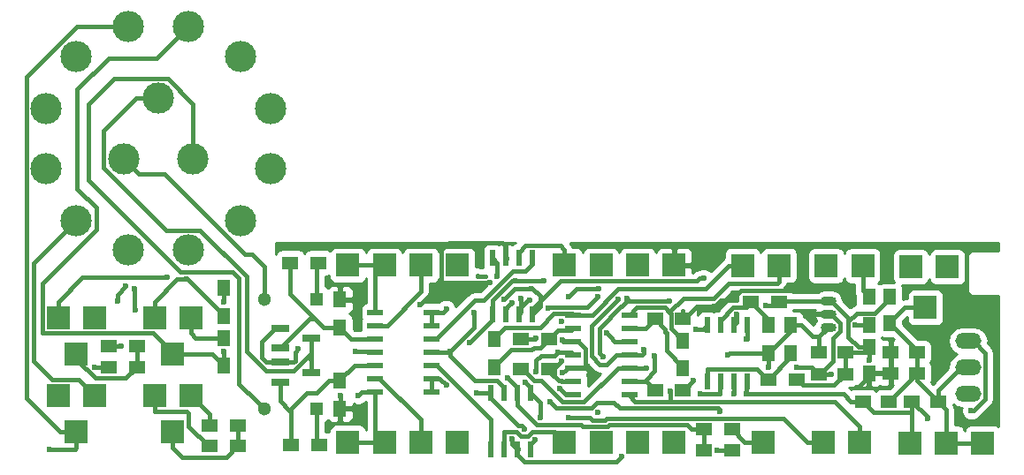
<source format=gtl>
G04 #@! TF.FileFunction,Copper,L1,Top,Signal*
%FSLAX46Y46*%
G04 Gerber Fmt 4.6, Leading zero omitted, Abs format (unit mm)*
G04 Created by KiCad (PCBNEW (2015-04-22 BZR 5620)-product) date 07/05/2015 20:43:11*
%MOMM*%
G01*
G04 APERTURE LIST*
%ADD10C,0.100000*%
%ADD11R,2.235200X2.235200*%
%ADD12R,1.300000X1.300000*%
%ADD13C,1.300000*%
%ADD14R,1.500000X1.250000*%
%ADD15R,1.250000X1.500000*%
%ADD16R,1.800860X0.800100*%
%ADD17R,1.500000X1.300000*%
%ADD18R,1.300000X1.500000*%
%ADD19O,3.000000X3.000000*%
%ADD20C,3.000000*%
%ADD21R,0.600000X1.550000*%
%ADD22R,1.500000X0.600000*%
%ADD23O,1.501140X0.899160*%
%ADD24O,2.499360X1.501140*%
%ADD25C,0.600000*%
%ADD26C,0.400000*%
%ADD27C,0.254000*%
G04 APERTURE END LIST*
D10*
D11*
X103500000Y-70750000D03*
X94250000Y-70750000D03*
D12*
X119000000Y-69000000D03*
D13*
X114000000Y-69000000D03*
D12*
X119000000Y-79500000D03*
D13*
X114000000Y-79500000D03*
D14*
X176000000Y-78800000D03*
X178500000Y-78800000D03*
X171300000Y-78800000D03*
X173800000Y-78800000D03*
X167100000Y-74100000D03*
X169600000Y-74100000D03*
D15*
X173900000Y-71300000D03*
X173900000Y-68800000D03*
D14*
X169600000Y-76200000D03*
X167100000Y-76200000D03*
X174000000Y-74100000D03*
X176500000Y-74100000D03*
D15*
X171900000Y-73600000D03*
X171900000Y-76100000D03*
D14*
X174000000Y-76100000D03*
X176500000Y-76100000D03*
D16*
X115497720Y-71800000D03*
X115497720Y-73700000D03*
X118500000Y-72750000D03*
X115497720Y-75050000D03*
X115497720Y-76950000D03*
X118500000Y-76000000D03*
D11*
X96000000Y-74250000D03*
X107000000Y-78250000D03*
X105250000Y-81750000D03*
X97750000Y-70750000D03*
X103500000Y-78250000D03*
X105250000Y-74250000D03*
X107000000Y-70750000D03*
X96000000Y-81750000D03*
X94250000Y-78250000D03*
X97750000Y-78250000D03*
X179300000Y-82800000D03*
X182800000Y-82800000D03*
X175800000Y-82800000D03*
X177300000Y-69800000D03*
X171030000Y-82740000D03*
X159800000Y-65760000D03*
X122000000Y-82750000D03*
X122000000Y-65750000D03*
X142750000Y-82750000D03*
X142750000Y-65750000D03*
X163300000Y-65760000D03*
X167540000Y-82740000D03*
X129000000Y-65750000D03*
X132500000Y-65750000D03*
X125500000Y-65750000D03*
X129000000Y-82750000D03*
X132500000Y-82750000D03*
X125500000Y-82750000D03*
X167800000Y-65800000D03*
X179400000Y-65900000D03*
X161800000Y-82700000D03*
X175900000Y-65900000D03*
X171300000Y-65800000D03*
X146250000Y-65750000D03*
X153250000Y-82750000D03*
X146250000Y-82750000D03*
X149750000Y-65750000D03*
X153250000Y-65750000D03*
X149750000Y-82750000D03*
D17*
X116500000Y-65500000D03*
X119200000Y-65500000D03*
X116550000Y-83000000D03*
X119250000Y-83000000D03*
D18*
X121250000Y-79500000D03*
X121250000Y-76800000D03*
X121250000Y-69050000D03*
X121250000Y-71750000D03*
X162300000Y-71500000D03*
X162300000Y-74200000D03*
D17*
X163300000Y-69300000D03*
X160600000Y-69300000D03*
D18*
X164400000Y-74200000D03*
X164400000Y-71500000D03*
D17*
X162250000Y-76700000D03*
X164950000Y-76700000D03*
D18*
X171900000Y-68800000D03*
X171900000Y-71500000D03*
D17*
X141300000Y-72800000D03*
X138600000Y-72800000D03*
X141300000Y-75700000D03*
X138600000Y-75700000D03*
X158800000Y-81500000D03*
X156100000Y-81500000D03*
X158800000Y-83500000D03*
X156100000Y-83500000D03*
X154100000Y-77700000D03*
X151400000Y-77700000D03*
X154100000Y-70900000D03*
X151400000Y-70900000D03*
D18*
X136000000Y-72850000D03*
X136000000Y-75550000D03*
X154100000Y-72950000D03*
X154100000Y-75650000D03*
D19*
X100985333Y-64308885D03*
X96009339Y-61435994D03*
X93136448Y-56460000D03*
X93136448Y-50714218D03*
X96009339Y-45738224D03*
X100985333Y-42865333D03*
X106731115Y-42865333D03*
X111707109Y-45738224D03*
X114580000Y-50714218D03*
X114580000Y-56460000D03*
X111707109Y-61435994D03*
X106731115Y-64308885D03*
D20*
X103858224Y-49737109D03*
X100524026Y-55512109D03*
X107192422Y-55512109D03*
D21*
X160205000Y-71500000D03*
X158935000Y-71500000D03*
X157665000Y-71500000D03*
X156395000Y-71500000D03*
X156395000Y-76900000D03*
X157665000Y-76900000D03*
X158935000Y-76900000D03*
X160205000Y-76900000D03*
D22*
X149000000Y-78120000D03*
X149000000Y-76850000D03*
X149000000Y-75580000D03*
X149000000Y-74310000D03*
X149000000Y-73040000D03*
X149000000Y-71770000D03*
X149000000Y-70500000D03*
X143600000Y-70500000D03*
X143600000Y-71770000D03*
X143600000Y-73040000D03*
X143600000Y-74310000D03*
X143600000Y-75580000D03*
X143600000Y-76850000D03*
X143600000Y-78120000D03*
X124600000Y-70250000D03*
X124600000Y-71520000D03*
X124600000Y-72790000D03*
X124600000Y-74060000D03*
X124600000Y-75330000D03*
X124600000Y-76600000D03*
X124600000Y-77870000D03*
X130000000Y-77870000D03*
X130000000Y-76600000D03*
X130000000Y-75330000D03*
X130000000Y-74060000D03*
X130000000Y-72790000D03*
X130000000Y-71520000D03*
X130000000Y-70250000D03*
D23*
X168000000Y-70430000D03*
X168000000Y-71700000D03*
X168000000Y-69160000D03*
D21*
X135690000Y-83400000D03*
X136960000Y-83400000D03*
X138230000Y-83400000D03*
X139500000Y-83400000D03*
X139500000Y-78000000D03*
X138230000Y-78000000D03*
X136960000Y-78000000D03*
X135690000Y-78000000D03*
X139655000Y-65050000D03*
X138385000Y-65050000D03*
X137115000Y-65050000D03*
X135845000Y-65050000D03*
X135845000Y-70450000D03*
X137115000Y-70450000D03*
X138385000Y-70450000D03*
X139655000Y-70450000D03*
D24*
X181400000Y-75540000D03*
X181400000Y-73000000D03*
X181400000Y-78080000D03*
D17*
X101800000Y-73500000D03*
X99100000Y-73500000D03*
X111500000Y-83100000D03*
X108800000Y-83100000D03*
X99100000Y-75500000D03*
X101800000Y-75500000D03*
X108800000Y-81100000D03*
X111500000Y-81100000D03*
D18*
X110100000Y-75400000D03*
X110100000Y-72700000D03*
X110100000Y-67900000D03*
X110100000Y-70600000D03*
D25*
X160200000Y-78099990D03*
X181700000Y-79700000D03*
X177500000Y-80400000D03*
X117250000Y-73750000D03*
X122750000Y-74000000D03*
X171900000Y-74849998D03*
X138100000Y-67200000D03*
X136305018Y-66805018D03*
X133644230Y-73144230D03*
X139957816Y-82468163D03*
X143100000Y-68800000D03*
X140800000Y-67199992D03*
X140449998Y-80349999D03*
X139000000Y-77000000D03*
X142127692Y-74098702D03*
X139992707Y-75945805D03*
X146473951Y-74548616D03*
X146010000Y-67967623D03*
X148750002Y-68960000D03*
X152787338Y-69193384D03*
X162027050Y-69590175D03*
X170800000Y-77500000D03*
X168300000Y-76200000D03*
X123000000Y-69000000D03*
X155100000Y-76800000D03*
X165000000Y-75500000D03*
X137100000Y-63900000D03*
X128900000Y-69500000D03*
X157081713Y-69700020D03*
X121300000Y-78200000D03*
X137706520Y-82400007D03*
X135644981Y-67444981D03*
X142550032Y-76070000D03*
X148183400Y-84087602D03*
X142550002Y-72930000D03*
X142461942Y-71154703D03*
X145950000Y-79830000D03*
X166120000Y-68170000D03*
X101647349Y-70033604D03*
X101550000Y-67980000D03*
X100299990Y-73476457D03*
X97800000Y-75499984D03*
X104670000Y-66910000D03*
X106573995Y-67059979D03*
X152849998Y-77800000D03*
X155758946Y-78045229D03*
X157600000Y-79749989D03*
X141400000Y-78849998D03*
X134300000Y-78000000D03*
X123000000Y-78200000D03*
X138935346Y-81425323D03*
X125500000Y-65750000D03*
X136990239Y-68995278D03*
X156100000Y-67000000D03*
X139599998Y-68000000D03*
X159234174Y-70470021D03*
X143100000Y-80349999D03*
X142280223Y-77530021D03*
X159000000Y-78099990D03*
X160200000Y-72800000D03*
X170600000Y-71500000D03*
X131417237Y-69927259D03*
X131440019Y-77259981D03*
X140019239Y-72699979D03*
X146800018Y-72255642D03*
X150600000Y-75600000D03*
X142450796Y-74954868D03*
X137340000Y-76550000D03*
X137710266Y-69343962D03*
X151387983Y-74403859D03*
X150300000Y-73800000D03*
X155300000Y-71900000D03*
X118464666Y-74700020D03*
X131764490Y-74034008D03*
X162300000Y-75500000D03*
X157350002Y-83500000D03*
X158400000Y-74349998D03*
X138600000Y-68900000D03*
X134057717Y-70299990D03*
X147869988Y-69029988D03*
X139450000Y-69090000D03*
X145940000Y-68800000D03*
X141180000Y-69900002D03*
X100740000Y-67760000D03*
X99920000Y-69220000D03*
X110100000Y-69300000D03*
X110100000Y-74000000D03*
X93400000Y-83400000D03*
D26*
X134400000Y-66790971D02*
X135183069Y-66790971D01*
X134400000Y-66700000D02*
X134400000Y-66790971D01*
X119000000Y-69000000D02*
X119000000Y-65700000D01*
X119000000Y-65700000D02*
X119200000Y-65500000D01*
X100524026Y-55512109D02*
X102024025Y-57012108D01*
X102024025Y-57012108D02*
X104471221Y-57012108D01*
X104471221Y-57012108D02*
X112159103Y-64699990D01*
X112159103Y-64699990D02*
X112848532Y-64699990D01*
X112848532Y-64699990D02*
X114000000Y-65851458D01*
X114000000Y-65851458D02*
X114000000Y-65879998D01*
X114000000Y-65879998D02*
X114000000Y-68080762D01*
X114000000Y-68080762D02*
X114000000Y-69000000D01*
X119000000Y-79500000D02*
X119000000Y-82750000D01*
X119000000Y-82750000D02*
X119250000Y-83000000D01*
X97200000Y-50300000D02*
X97200000Y-57561989D01*
X107192422Y-55512109D02*
X107192422Y-50259305D01*
X107192422Y-50259305D02*
X104770225Y-47837108D01*
X104770225Y-47837108D02*
X99662892Y-47837108D01*
X99662892Y-47837108D02*
X97200000Y-50300000D01*
X97200000Y-57561989D02*
X105997989Y-66359978D01*
X105997989Y-66359978D02*
X110959978Y-66359978D01*
X110959978Y-66359978D02*
X111600000Y-67000000D01*
X111600000Y-67000000D02*
X111600000Y-77100000D01*
X111600000Y-77100000D02*
X113350001Y-78850001D01*
X113350001Y-78850001D02*
X114000000Y-79500000D01*
X160200000Y-78099990D02*
X160200000Y-76905000D01*
X160200000Y-76905000D02*
X160205000Y-76900000D01*
X176000000Y-82600000D02*
X175800000Y-82800000D01*
X176000000Y-78800000D02*
X176000000Y-82600000D01*
X181906275Y-79700000D02*
X181700000Y-79700000D01*
X183049690Y-78556585D02*
X181906275Y-79700000D01*
X183049690Y-74150580D02*
X183049690Y-78556585D01*
X181899110Y-73000000D02*
X183049690Y-74150580D01*
X181400000Y-73000000D02*
X181899110Y-73000000D01*
X177500000Y-80300000D02*
X176000000Y-78800000D01*
X177500000Y-80400000D02*
X177500000Y-80300000D01*
X172325001Y-79825001D02*
X171300000Y-78800000D01*
X175999999Y-79825001D02*
X172325001Y-79825001D01*
X176000000Y-78800000D02*
X175999999Y-79825001D01*
X160624264Y-78099990D02*
X160200000Y-78099990D01*
X169449990Y-78099990D02*
X160624264Y-78099990D01*
X170150000Y-78800000D02*
X169449990Y-78099990D01*
X171300000Y-78800000D02*
X170150000Y-78800000D01*
X117250000Y-73750000D02*
X116950001Y-74049999D01*
X116950001Y-74049999D02*
X116950001Y-74898149D01*
X116950001Y-74898149D02*
X116798150Y-75050000D01*
X116798150Y-75050000D02*
X115497720Y-75050000D01*
X115547720Y-71750000D02*
X115497720Y-71800000D01*
X122750000Y-74000000D02*
X124540000Y-74000000D01*
X124540000Y-74000000D02*
X124600000Y-74060000D01*
X113750000Y-73047340D02*
X113750000Y-74602710D01*
X113750000Y-74602710D02*
X114197290Y-75050000D01*
X114197290Y-75050000D02*
X115497720Y-75050000D01*
X115497720Y-71800000D02*
X114997340Y-71800000D01*
X114997340Y-71800000D02*
X113750000Y-73047340D01*
X163400000Y-69400000D02*
X163300000Y-69300000D01*
X171400000Y-74100000D02*
X171900000Y-73600000D01*
X169600000Y-74100000D02*
X171400000Y-74100000D01*
X168574999Y-77225001D02*
X169600000Y-76200000D01*
X165575001Y-77225001D02*
X168574999Y-77225001D01*
X165050000Y-76700000D02*
X165575001Y-77225001D01*
X164950000Y-76700000D02*
X165050000Y-76700000D01*
X171900000Y-74849998D02*
X171900000Y-73600000D01*
X170875000Y-73600000D02*
X171900000Y-73600000D01*
X169899999Y-72624999D02*
X170875000Y-73600000D01*
X169899999Y-71163999D02*
X169899999Y-72624999D01*
X170713999Y-70349999D02*
X169899999Y-71163999D01*
X172475001Y-70349999D02*
X170713999Y-70349999D01*
X173900000Y-68925000D02*
X172475001Y-70349999D01*
X173900000Y-68800000D02*
X173900000Y-68925000D01*
X168300990Y-69160000D02*
X168000000Y-69160000D01*
X169899999Y-70759009D02*
X168300990Y-69160000D01*
X169899999Y-71163999D02*
X169899999Y-70759009D01*
X169600000Y-74100000D02*
X169600000Y-76200000D01*
X163440000Y-69160000D02*
X163300000Y-69300000D01*
X168000000Y-69160000D02*
X163440000Y-69160000D01*
X135845000Y-69104515D02*
X137749515Y-67200000D01*
X137749515Y-67200000D02*
X138100000Y-67200000D01*
X135845000Y-70450000D02*
X135845000Y-69104515D01*
X136305018Y-65510018D02*
X135845000Y-65050000D01*
X136305018Y-66805018D02*
X136305018Y-65510018D01*
X135845000Y-70943460D02*
X133644230Y-73144230D01*
X135845000Y-70450000D02*
X135845000Y-70943460D01*
X139500000Y-83400000D02*
X139500000Y-82925979D01*
X139500000Y-82925979D02*
X139657817Y-82768162D01*
X139657817Y-82768162D02*
X139957816Y-82468163D01*
X138100000Y-67200000D02*
X140799992Y-67200000D01*
X140799992Y-67200000D02*
X140800000Y-67199992D01*
X140449998Y-78949998D02*
X139500000Y-78000000D01*
X140449998Y-80349999D02*
X140449998Y-78949998D01*
X139500000Y-77500000D02*
X139000000Y-77000000D01*
X139500000Y-78000000D02*
X139500000Y-77500000D01*
X142551956Y-74098702D02*
X142127692Y-74098702D01*
X143600000Y-74310000D02*
X143388702Y-74098702D01*
X143388702Y-74098702D02*
X142551956Y-74098702D01*
X141827693Y-74398701D02*
X142127692Y-74098702D01*
X140481297Y-74398701D02*
X141827693Y-74398701D01*
X139992707Y-74887291D02*
X140481297Y-74398701D01*
X139992707Y-75945805D02*
X139992707Y-74887291D01*
X145585736Y-67967623D02*
X146010000Y-67967623D01*
X143100000Y-68800000D02*
X143932377Y-67967623D01*
X143932377Y-67967623D02*
X145585736Y-67967623D01*
X148763998Y-69000000D02*
X148750002Y-68986004D01*
X148750002Y-68986004D02*
X148750002Y-68960000D01*
X148763998Y-69000000D02*
X148763998Y-69152004D01*
X146096751Y-74171416D02*
X146173952Y-74248617D01*
X148763998Y-69152004D02*
X148196001Y-69720001D01*
X148196001Y-69720001D02*
X148146001Y-69720001D01*
X148146001Y-69720001D02*
X146096751Y-71769251D01*
X146096751Y-71769251D02*
X146096751Y-74171416D01*
X146173952Y-74248617D02*
X146473951Y-74548616D01*
X148763998Y-69000000D02*
X148957382Y-69193384D01*
X148957382Y-69193384D02*
X152363074Y-69193384D01*
X152363074Y-69193384D02*
X152787338Y-69193384D01*
X162451314Y-69590175D02*
X162027050Y-69590175D01*
X163009825Y-69590175D02*
X162451314Y-69590175D01*
X163300000Y-69300000D02*
X163009825Y-69590175D01*
X171900000Y-76400000D02*
X170800000Y-77500000D01*
X174000000Y-74100000D02*
X174000000Y-76100000D01*
X174000000Y-76100000D02*
X171900000Y-76100000D01*
X168300990Y-70430000D02*
X168000000Y-70430000D01*
X169150580Y-71279590D02*
X168300990Y-70430000D01*
X169150580Y-72051911D02*
X169150580Y-71279590D01*
X168449999Y-72752492D02*
X169150580Y-72051911D01*
X168449999Y-74975001D02*
X168449999Y-72752492D01*
X167225000Y-76200000D02*
X168449999Y-74975001D01*
X167100000Y-76200000D02*
X167225000Y-76200000D01*
X171900000Y-76100000D02*
X171900000Y-76400000D01*
X168300000Y-76200000D02*
X167100000Y-76200000D01*
X122950000Y-69050000D02*
X123000000Y-69000000D01*
X121250000Y-69050000D02*
X122950000Y-69050000D01*
X144750000Y-75580000D02*
X143600000Y-75580000D01*
X144750001Y-73740001D02*
X144750000Y-75580000D01*
X144050000Y-73040000D02*
X144750001Y-73740001D01*
X143600000Y-73040000D02*
X144050000Y-73040000D01*
X154200000Y-77700000D02*
X155100000Y-76800000D01*
X154100000Y-77700000D02*
X154200000Y-77700000D01*
X166400000Y-75500000D02*
X165000000Y-75500000D01*
X167100000Y-76200000D02*
X166400000Y-75500000D01*
X137100000Y-65035000D02*
X137115000Y-65050000D01*
X137100000Y-63900000D02*
X137100000Y-65035000D01*
X136800001Y-63600001D02*
X137100000Y-63900000D01*
X131694797Y-63600001D02*
X136800001Y-63600001D01*
X130982399Y-64312399D02*
X131694797Y-63600001D01*
X130982399Y-67417601D02*
X130982399Y-64312399D01*
X128900000Y-69500000D02*
X130982399Y-67417601D01*
X154100000Y-70900000D02*
X154100000Y-70100010D01*
X154200000Y-70900000D02*
X155399980Y-69700020D01*
X154100000Y-70900000D02*
X154200000Y-70900000D01*
X156657449Y-69700020D02*
X157081713Y-69700020D01*
X155399980Y-69700020D02*
X156657449Y-69700020D01*
X121300000Y-79450000D02*
X121250000Y-79500000D01*
X121300000Y-78200000D02*
X121300000Y-79450000D01*
X137706520Y-82876520D02*
X138230000Y-83400000D01*
X137706520Y-82400007D02*
X137706520Y-82876520D01*
X131009779Y-67444981D02*
X130982399Y-67417601D01*
X135644981Y-67444981D02*
X131009779Y-67444981D01*
X143600000Y-75580000D02*
X143040032Y-75580000D01*
X143040032Y-75580000D02*
X142850031Y-75770001D01*
X142850031Y-75770001D02*
X142550032Y-76070000D01*
X147696001Y-84575001D02*
X148183400Y-84087602D01*
X138930001Y-84575001D02*
X147696001Y-84575001D01*
X138230000Y-83875000D02*
X138930001Y-84575001D01*
X138230000Y-83400000D02*
X138230000Y-83875000D01*
X142660002Y-73040000D02*
X142550002Y-72930000D01*
X143600000Y-73040000D02*
X142660002Y-73040000D01*
X159190000Y-69070000D02*
X157711733Y-69070000D01*
X159190000Y-68589998D02*
X159190000Y-69070000D01*
X159609998Y-68170000D02*
X159190000Y-68589998D01*
X166120000Y-68170000D02*
X159609998Y-68170000D01*
X157711733Y-69070000D02*
X157081713Y-69700020D01*
X116500000Y-68520002D02*
X118880456Y-70900458D01*
X118880456Y-70900458D02*
X119729998Y-71750000D01*
X115497720Y-73700000D02*
X115529518Y-73700000D01*
X115529518Y-73700000D02*
X118329060Y-70900458D01*
X118329060Y-70900458D02*
X118880456Y-70900458D01*
X124600000Y-72790000D02*
X122290000Y-72790000D01*
X122290000Y-72790000D02*
X121250000Y-71750000D01*
X116500000Y-65500000D02*
X116500000Y-68520002D01*
X119729998Y-71750000D02*
X120200000Y-71750000D01*
X120200000Y-71750000D02*
X121250000Y-71750000D01*
X118098282Y-77950000D02*
X116399141Y-79649141D01*
X120200000Y-76800000D02*
X119050000Y-77950000D01*
X119050000Y-77950000D02*
X118098282Y-77950000D01*
X121250000Y-76800000D02*
X120200000Y-76800000D01*
X116550000Y-79800000D02*
X116399141Y-79649141D01*
X116399141Y-79649141D02*
X115497720Y-78747720D01*
X124600000Y-75330000D02*
X122620000Y-75330000D01*
X122620000Y-75330000D02*
X121250000Y-76700000D01*
X121250000Y-76700000D02*
X121250000Y-76800000D01*
X115497720Y-78747720D02*
X115497720Y-76950000D01*
X116550000Y-83000000D02*
X116550000Y-79800000D01*
X101550000Y-69936255D02*
X101647349Y-70033604D01*
X101550000Y-67980000D02*
X101550000Y-69936255D01*
X108800000Y-81100000D02*
X108800000Y-80050000D01*
X108800000Y-80050000D02*
X107000000Y-78250000D01*
X100299990Y-73476457D02*
X99123543Y-73476457D01*
X99123543Y-73476457D02*
X99100000Y-73500000D01*
X108800000Y-83100000D02*
X108679998Y-83100000D01*
X108679998Y-83100000D02*
X106767601Y-81187603D01*
X106767601Y-81187603D02*
X106767601Y-79967601D01*
X106767601Y-79967601D02*
X106567601Y-79767601D01*
X106567601Y-79767601D02*
X103500000Y-79767600D01*
X103500000Y-79767600D02*
X103500000Y-78250000D01*
X110100000Y-72700000D02*
X107432400Y-72700000D01*
X107432400Y-72700000D02*
X107000000Y-72267600D01*
X107000000Y-72267600D02*
X107000000Y-70750000D01*
X99100000Y-75500000D02*
X97800016Y-75500000D01*
X97800016Y-75500000D02*
X97800000Y-75499984D01*
X94250000Y-70750000D02*
X94250000Y-69232400D01*
X94250000Y-69232400D02*
X96572400Y-66910000D01*
X96572400Y-66910000D02*
X104670000Y-66910000D01*
X94509340Y-62935993D02*
X96009339Y-61435994D01*
X91940000Y-65505333D02*
X94509340Y-62935993D01*
X91940000Y-74950000D02*
X91940000Y-65505333D01*
X93710000Y-76720000D02*
X91940000Y-74950000D01*
X96220000Y-76720000D02*
X93710000Y-76720000D01*
X97750000Y-78250000D02*
X96220000Y-76720000D01*
X110100000Y-70600000D02*
X110100000Y-70500000D01*
X110100000Y-70500000D02*
X106659979Y-67059979D01*
X106659979Y-67059979D02*
X106573995Y-67059979D01*
X106149731Y-67059979D02*
X106573995Y-67059979D01*
X105672421Y-67059979D02*
X106149731Y-67059979D01*
X103500000Y-69232400D02*
X105672421Y-67059979D01*
X103500000Y-70750000D02*
X103500000Y-69232400D01*
X149480000Y-78800000D02*
X152771102Y-78800000D01*
X152771102Y-78800000D02*
X168607600Y-78800000D01*
X152849998Y-77800000D02*
X152849998Y-78721104D01*
X152849998Y-78721104D02*
X152771102Y-78800000D01*
X149000000Y-78120000D02*
X148950000Y-78170000D01*
X148950000Y-78170000D02*
X148950000Y-78270000D01*
X148950000Y-78270000D02*
X149480000Y-78800000D01*
X168607600Y-78800000D02*
X171030000Y-81222400D01*
X171030000Y-81222400D02*
X171030000Y-82740000D01*
X156236002Y-68000000D02*
X158476002Y-65760000D01*
X145410000Y-70500000D02*
X147910000Y-68000000D01*
X147910000Y-68000000D02*
X156236002Y-68000000D01*
X143600000Y-70500000D02*
X145410000Y-70500000D01*
X158476002Y-65760000D02*
X159800000Y-65760000D01*
X143600000Y-70500000D02*
X143500009Y-70400009D01*
X143500009Y-70400009D02*
X141715995Y-70400009D01*
X141715995Y-70400009D02*
X140416004Y-71700000D01*
X140416004Y-71700000D02*
X137050000Y-71700000D01*
X137050000Y-71700000D02*
X136000000Y-72750000D01*
X136000000Y-72750000D02*
X136000000Y-72850000D01*
X155758946Y-78045229D02*
X155813707Y-78099990D01*
X155813707Y-78099990D02*
X157600000Y-78099990D01*
X157600000Y-78099990D02*
X157600000Y-76965000D01*
X157600000Y-76965000D02*
X157665000Y-76900000D01*
X157420010Y-79420010D02*
X157600000Y-79600000D01*
X157600000Y-79600000D02*
X157600000Y-79749989D01*
X148020010Y-79420010D02*
X157420010Y-79420010D01*
X134300000Y-78000000D02*
X135690000Y-78000000D01*
X124600000Y-77870000D02*
X123330000Y-77870000D01*
X123330000Y-77870000D02*
X123000000Y-78200000D01*
X125500000Y-82750000D02*
X122000000Y-82750000D01*
X124600000Y-77870000D02*
X124600000Y-81850000D01*
X124600000Y-81850000D02*
X125500000Y-82750000D01*
X138635347Y-81125324D02*
X138935346Y-81425323D01*
X135690000Y-78475000D02*
X138309988Y-81094988D01*
X135690000Y-78000000D02*
X135690000Y-78475000D01*
X138309988Y-81094988D02*
X138605011Y-81094988D01*
X138605011Y-81094988D02*
X138635347Y-81125324D01*
X147479999Y-78879999D02*
X148020010Y-79420010D01*
X145863999Y-78879999D02*
X147479999Y-78879999D01*
X141970012Y-79420010D02*
X145323988Y-79420010D01*
X141400000Y-78849998D02*
X141970012Y-79420010D01*
X145323988Y-79420010D02*
X145863999Y-78879999D01*
X125500000Y-65750000D02*
X122000000Y-65750000D01*
X124600000Y-70250000D02*
X124600000Y-66650000D01*
X124600000Y-66650000D02*
X125500000Y-65750000D01*
X139699996Y-68000004D02*
X139700001Y-67999999D01*
X137985513Y-68000004D02*
X139699996Y-68000004D01*
X136990239Y-68995278D02*
X137985513Y-68000004D01*
X139700001Y-67999999D02*
X139700000Y-68000000D01*
X139700000Y-68000000D02*
X139599998Y-68000000D01*
X140400000Y-68699998D02*
X139700001Y-67999999D01*
X140400000Y-69705000D02*
X140400000Y-68699998D01*
X139655000Y-70450000D02*
X140400000Y-69705000D01*
X139655000Y-70450000D02*
X139655000Y-69975000D01*
X139655000Y-69975000D02*
X142362399Y-67267601D01*
X142362399Y-67267601D02*
X155408135Y-67267601D01*
X155408135Y-67267601D02*
X155675736Y-67000000D01*
X155675736Y-67000000D02*
X156100000Y-67000000D01*
X159234174Y-70894285D02*
X159234174Y-70470021D01*
X158935000Y-71500000D02*
X159234174Y-71200826D01*
X159234174Y-71200826D02*
X159234174Y-70894285D01*
X142750000Y-82750000D02*
X141945002Y-82750000D01*
X139651682Y-81744989D02*
X139271347Y-82125324D01*
X141744989Y-81744989D02*
X139651682Y-81744989D01*
X142750000Y-82750000D02*
X141744989Y-81744989D01*
X139271347Y-82125324D02*
X138599345Y-82125324D01*
X138174021Y-81700000D02*
X136960000Y-81700000D01*
X136960000Y-81700000D02*
X136960000Y-83400000D01*
X138599345Y-82125324D02*
X138174021Y-81700000D01*
X139034999Y-63874999D02*
X138385000Y-64524998D01*
X142750000Y-65750000D02*
X142750000Y-64232400D01*
X142392599Y-63874999D02*
X139034999Y-63874999D01*
X138385000Y-64524998D02*
X138385000Y-65050000D01*
X142750000Y-64232400D02*
X142392599Y-63874999D01*
X152949999Y-70329997D02*
X152949999Y-71799999D01*
X152949999Y-71799999D02*
X154100000Y-72950000D01*
X152870052Y-70250050D02*
X152949999Y-70329997D01*
X149000000Y-70500000D02*
X149500002Y-70500000D01*
X152814048Y-70250050D02*
X152870052Y-70250050D01*
X149000000Y-70500000D02*
X149689999Y-69810001D01*
X149689999Y-69810001D02*
X152373999Y-69810001D01*
X152373999Y-69810001D02*
X152814048Y-70250050D01*
X163300000Y-65760000D02*
X163300000Y-67277600D01*
X163300000Y-67277600D02*
X163127603Y-67449997D01*
X163127603Y-67449997D02*
X158483194Y-67449997D01*
X158483194Y-67449997D02*
X157033191Y-68900000D01*
X157033191Y-68900000D02*
X154120000Y-68900000D01*
X154120000Y-68900000D02*
X152814048Y-70205952D01*
X152814048Y-70205952D02*
X152814048Y-70250050D01*
X142580222Y-77830020D02*
X142280223Y-77530021D01*
X142870202Y-78120000D02*
X142580222Y-77830020D01*
X143600000Y-78120000D02*
X142870202Y-78120000D01*
X166022400Y-82740000D02*
X167540000Y-82740000D01*
X146766003Y-80449999D02*
X163732399Y-80449999D01*
X163732399Y-80449999D02*
X166022400Y-82740000D01*
X146583613Y-80632389D02*
X146766003Y-80449999D01*
X145416387Y-80632389D02*
X146583613Y-80632389D01*
X145133997Y-80349999D02*
X145416387Y-80632389D01*
X143100000Y-80349999D02*
X145133997Y-80349999D01*
X124600000Y-71520000D02*
X125750000Y-71520000D01*
X125750000Y-71520000D02*
X129000000Y-68270000D01*
X129000000Y-68270000D02*
X129000000Y-67267600D01*
X129000000Y-67267600D02*
X129000000Y-65750000D01*
X124600000Y-76600000D02*
X125050000Y-76600000D01*
X125050000Y-76600000D02*
X129000000Y-80550000D01*
X129000000Y-80550000D02*
X129000000Y-81232400D01*
X129000000Y-81232400D02*
X129000000Y-82750000D01*
X159000000Y-78099990D02*
X159000000Y-76965000D01*
X159000000Y-76965000D02*
X158935000Y-76900000D01*
X160205000Y-71500000D02*
X160205000Y-72795000D01*
X160205000Y-72795000D02*
X160200000Y-72800000D01*
X170600000Y-71500000D02*
X171900000Y-71500000D01*
X161800000Y-82700000D02*
X160000000Y-82700000D01*
X160000000Y-82700000D02*
X158800000Y-81500000D01*
X171300000Y-65800000D02*
X171300000Y-68200000D01*
X171300000Y-68200000D02*
X171900000Y-68800000D01*
X130000000Y-70250000D02*
X130000000Y-71520000D01*
X130000000Y-70250000D02*
X131150000Y-70250000D01*
X131417237Y-69982763D02*
X131417237Y-69927259D01*
X131150000Y-70250000D02*
X131417237Y-69982763D01*
X130000000Y-76600000D02*
X130780038Y-76600000D01*
X130780038Y-76600000D02*
X131440019Y-77259981D01*
X130000000Y-76600000D02*
X130000000Y-77870000D01*
X139919218Y-72800000D02*
X140019239Y-72699979D01*
X138600000Y-72800000D02*
X139919218Y-72800000D01*
X149000000Y-73040000D02*
X147584376Y-73040000D01*
X147584376Y-73040000D02*
X147100017Y-72555641D01*
X147100017Y-72555641D02*
X146800018Y-72255642D01*
X150600000Y-75600000D02*
X149020000Y-75600000D01*
X149020000Y-75600000D02*
X149000000Y-75580000D01*
X138600000Y-75700000D02*
X138700000Y-75700000D01*
X144609999Y-78820001D02*
X147850000Y-75580000D01*
X147850000Y-75580000D02*
X149000000Y-75580000D01*
X142529999Y-78820001D02*
X144609999Y-78820001D01*
X139824999Y-76824999D02*
X140534997Y-76824999D01*
X138700000Y-75700000D02*
X139824999Y-76824999D01*
X140534997Y-76824999D02*
X142529999Y-78820001D01*
X162300000Y-71500000D02*
X162300000Y-71000000D01*
X162300000Y-71000000D02*
X160600000Y-69300000D01*
X158919999Y-69770001D02*
X157665000Y-71025000D01*
X157665000Y-71025000D02*
X157665000Y-71500000D01*
X160129999Y-69770001D02*
X158919999Y-69770001D01*
X160600000Y-69300000D02*
X160129999Y-69770001D01*
X162250000Y-76700000D02*
X162150000Y-76700000D01*
X162150000Y-76700000D02*
X161174993Y-75724993D01*
X161174993Y-75724993D02*
X156395000Y-75725000D01*
X156395000Y-75725000D02*
X156395000Y-76900000D01*
X164400000Y-74200000D02*
X164400000Y-74550000D01*
X164400000Y-74550000D02*
X162250000Y-76700000D01*
X139831999Y-73631999D02*
X140468001Y-73631999D01*
X140468001Y-73631999D02*
X141300000Y-72800000D01*
X139613997Y-73850001D02*
X139831999Y-73631999D01*
X136000000Y-75550000D02*
X136000000Y-75450000D01*
X137599999Y-73850001D02*
X139613997Y-73850001D01*
X136000000Y-75450000D02*
X137599999Y-73850001D01*
X141300000Y-72800000D02*
X142095852Y-72004148D01*
X142095852Y-72004148D02*
X143365852Y-72004148D01*
X143365852Y-72004148D02*
X143600000Y-71770000D01*
X141705664Y-75700000D02*
X142150797Y-75254867D01*
X142430001Y-76830001D02*
X142450000Y-76850000D01*
X141300000Y-75700000D02*
X141705664Y-75700000D01*
X142214011Y-76830001D02*
X142430001Y-76830001D01*
X141300000Y-75915990D02*
X142214011Y-76830001D01*
X141300000Y-75700000D02*
X141300000Y-75915990D01*
X142450000Y-76850000D02*
X143600000Y-76850000D01*
X142150797Y-75254867D02*
X142450796Y-74954868D01*
X156100000Y-81500000D02*
X156100000Y-83500000D01*
X137340000Y-76550000D02*
X138230000Y-77440000D01*
X138230000Y-77440000D02*
X138230000Y-78000000D01*
X137115000Y-69939228D02*
X137410267Y-69643961D01*
X137115000Y-70450000D02*
X137115000Y-69939228D01*
X137410267Y-69643961D02*
X137710266Y-69343962D01*
X138230000Y-79175000D02*
X138230000Y-78000000D01*
X144349991Y-81050009D02*
X140105009Y-81050009D01*
X146892147Y-81232399D02*
X144532381Y-81232399D01*
X144532381Y-81232399D02*
X144349991Y-81050009D01*
X147074537Y-81050009D02*
X146892147Y-81232399D01*
X154950000Y-81500000D02*
X154500009Y-81050009D01*
X156100000Y-81500000D02*
X154950000Y-81500000D01*
X154500009Y-81050009D02*
X147074537Y-81050009D01*
X140105009Y-81050009D02*
X138230000Y-79175000D01*
X151387983Y-74403859D02*
X151387983Y-75848019D01*
X151387983Y-75848019D02*
X150550000Y-76686002D01*
X150550000Y-76686002D02*
X150550000Y-76850000D01*
X151400000Y-77700000D02*
X150550000Y-76850000D01*
X150550000Y-76850000D02*
X149000000Y-76850000D01*
X149000000Y-71770000D02*
X150530000Y-71770000D01*
X154100000Y-75550000D02*
X154100000Y-75650000D01*
X150950009Y-71349991D02*
X151400000Y-70900000D01*
X151400000Y-70900000D02*
X152349989Y-71849989D01*
X150530000Y-71770000D02*
X150950009Y-71349991D01*
X152349989Y-71849989D02*
X152349990Y-72118534D01*
X152349990Y-72118534D02*
X152500003Y-72268547D01*
X152500003Y-73950003D02*
X154100000Y-75550000D01*
X152500003Y-72268547D02*
X152500003Y-73950003D01*
X130000000Y-75330000D02*
X130500002Y-75330000D01*
X130500002Y-75330000D02*
X135690000Y-80519998D01*
X135690000Y-80519998D02*
X135690000Y-82225000D01*
X135690000Y-82225000D02*
X135690000Y-83400000D01*
X139655000Y-65624991D02*
X139655000Y-65050000D01*
X139000000Y-66279991D02*
X139655000Y-65624991D01*
X139000000Y-66300000D02*
X139000000Y-66279991D01*
X137800000Y-66300000D02*
X139000000Y-66300000D01*
X135000000Y-69100000D02*
X137800000Y-66300000D01*
X134140000Y-69100000D02*
X135000000Y-69100000D01*
X130450000Y-72790000D02*
X134140000Y-69100000D01*
X130000000Y-72790000D02*
X130450000Y-72790000D01*
X118500000Y-73550050D02*
X118500000Y-72750000D01*
X118500000Y-74196692D02*
X118500000Y-73550050D01*
X116846641Y-75850051D02*
X118500000Y-74196692D01*
X114148799Y-75850051D02*
X116846641Y-75850051D01*
X112300000Y-74001252D02*
X114148799Y-75850051D01*
X112300000Y-66851458D02*
X112300000Y-74001252D01*
X107857426Y-62408884D02*
X112300000Y-66851458D01*
X104608799Y-62408884D02*
X107857426Y-62408884D01*
X98624025Y-56424110D02*
X104608799Y-62408884D01*
X98624025Y-52849988D02*
X98624025Y-56424110D01*
X101736904Y-49737109D02*
X98624025Y-52849988D01*
X103858224Y-49737109D02*
X101736904Y-49737109D01*
X149000000Y-74310000D02*
X150150000Y-74310000D01*
X150150000Y-74310000D02*
X150300000Y-74160000D01*
X150300000Y-74160000D02*
X150300000Y-73800000D01*
X155300000Y-71900000D02*
X155995000Y-71900000D01*
X155995000Y-71900000D02*
X156395000Y-71500000D01*
X149010000Y-74300000D02*
X149000000Y-74310000D01*
X118500000Y-74664686D02*
X118464666Y-74700020D01*
X118500000Y-74735354D02*
X118464666Y-74700020D01*
X118500000Y-76000000D02*
X118500000Y-74735354D01*
X118500000Y-72750000D02*
X118500000Y-74664686D01*
X173900000Y-71175000D02*
X173900000Y-71300000D01*
X175275000Y-69800000D02*
X173900000Y-71175000D01*
X177300000Y-69800000D02*
X175275000Y-69800000D01*
X176500000Y-73900000D02*
X173900000Y-71300000D01*
X176500000Y-74100000D02*
X176500000Y-73900000D01*
X176500000Y-76100000D02*
X173800000Y-78800000D01*
X176500000Y-76800000D02*
X178500000Y-78800000D01*
X176500000Y-76100000D02*
X176500000Y-76800000D01*
X167100000Y-72600000D02*
X167100000Y-74100000D01*
X168000000Y-71700000D02*
X167100000Y-72600000D01*
X176500000Y-74100000D02*
X176500000Y-76100000D01*
X182800000Y-82800000D02*
X179300000Y-82800000D01*
X179300000Y-79600000D02*
X178500000Y-78800000D01*
X179300000Y-82800000D02*
X179300000Y-79600000D01*
X178500000Y-77775000D02*
X178500000Y-78800000D01*
X180735000Y-75540000D02*
X178500000Y-77775000D01*
X181400000Y-75540000D02*
X180735000Y-75540000D01*
X164400000Y-72100000D02*
X162300000Y-74200000D01*
X164400000Y-71500000D02*
X164400000Y-72100000D01*
X166550000Y-72600000D02*
X167100000Y-72600000D01*
X165450000Y-71500000D02*
X166550000Y-72600000D01*
X164400000Y-71500000D02*
X165450000Y-71500000D01*
X130000000Y-74060000D02*
X131738498Y-74060000D01*
X131738498Y-74060000D02*
X131764490Y-74034008D01*
X162300000Y-74200000D02*
X162300000Y-75500000D01*
X157350002Y-83500000D02*
X158800000Y-83500000D01*
X158549998Y-74200000D02*
X158400000Y-74349998D01*
X162300000Y-74200000D02*
X158549998Y-74200000D01*
X138600000Y-70235000D02*
X138600000Y-68900000D01*
X138385000Y-70450000D02*
X138600000Y-70235000D01*
X134057717Y-71740781D02*
X131764490Y-74034008D01*
X134057717Y-70299990D02*
X134057717Y-71740781D01*
X136960000Y-77474998D02*
X136960000Y-78000000D01*
X136310001Y-76824999D02*
X136960000Y-77474998D01*
X134131217Y-76824999D02*
X136310001Y-76824999D01*
X131764490Y-74458272D02*
X134131217Y-76824999D01*
X131764490Y-74034008D02*
X131764490Y-74458272D01*
X146809952Y-75248617D02*
X146137950Y-75248617D01*
X147748569Y-74310000D02*
X146809952Y-75248617D01*
X149000000Y-74310000D02*
X147748569Y-74310000D01*
X146137950Y-75248617D02*
X145350011Y-74460678D01*
X145350011Y-74460678D02*
X145350011Y-71549965D01*
X145350011Y-71549965D02*
X147569989Y-69329987D01*
X147569989Y-69329987D02*
X147869988Y-69029988D01*
X139270000Y-69090000D02*
X139450000Y-69090000D01*
X138385000Y-69975000D02*
X139270000Y-69090000D01*
X138385000Y-70450000D02*
X138385000Y-69975000D01*
X144940001Y-69799999D02*
X141280003Y-69799999D01*
X145940000Y-68800000D02*
X144940001Y-69799999D01*
X141280003Y-69799999D02*
X141180000Y-69900002D01*
X96000000Y-74250000D02*
X96000000Y-74735986D01*
X96000000Y-74735986D02*
X97814015Y-76550001D01*
X97814015Y-76550001D02*
X100749999Y-76550001D01*
X100749999Y-76550001D02*
X101800000Y-75500000D01*
X101800000Y-73500000D02*
X101800000Y-75500000D01*
X111500000Y-81100000D02*
X111500000Y-83100000D01*
X111500000Y-83100000D02*
X111400000Y-83100000D01*
X111400000Y-83100000D02*
X110349999Y-84150001D01*
X110349999Y-84150001D02*
X106132401Y-84150001D01*
X106132401Y-84150001D02*
X105250000Y-83267600D01*
X105250000Y-83267600D02*
X105250000Y-81750000D01*
X99920000Y-69220000D02*
X99920000Y-68580000D01*
X99920000Y-68580000D02*
X100740000Y-67760000D01*
X110100000Y-69300000D02*
X110100000Y-67900000D01*
X110100000Y-75400000D02*
X110100000Y-74000000D01*
X105250000Y-74250000D02*
X109050000Y-74250000D01*
X109050000Y-74250000D02*
X110100000Y-75300000D01*
X110100000Y-75300000D02*
X110100000Y-75400000D01*
X105250000Y-74250000D02*
X105250000Y-74150000D01*
X105250000Y-74150000D02*
X103367601Y-72267601D01*
X103367601Y-72267601D02*
X92812399Y-72267601D01*
X92812399Y-72267601D02*
X92732399Y-72187601D01*
X92732399Y-72187601D02*
X92732399Y-67524936D01*
X92732399Y-67524936D02*
X97909340Y-62347995D01*
X97909340Y-62347995D02*
X97909340Y-60209340D01*
X97909340Y-60209340D02*
X96100000Y-58400000D01*
X96100000Y-58400000D02*
X96100000Y-48900000D01*
X96100000Y-48900000D02*
X99100000Y-45900000D01*
X99100000Y-45900000D02*
X103696448Y-45900000D01*
X103696448Y-45900000D02*
X105231116Y-44365332D01*
X105231116Y-44365332D02*
X106731115Y-42865333D01*
X96000000Y-81750000D02*
X96000000Y-83267600D01*
X96000000Y-83267600D02*
X95867600Y-83400000D01*
X95867600Y-83400000D02*
X93400000Y-83400000D01*
X96000000Y-81750000D02*
X94482400Y-81750000D01*
X94482400Y-81750000D02*
X91236447Y-78504047D01*
X91236447Y-78504047D02*
X91236447Y-47699114D01*
X91236447Y-47699114D02*
X96070228Y-42865333D01*
X96070228Y-42865333D02*
X98864013Y-42865333D01*
X98864013Y-42865333D02*
X100985333Y-42865333D01*
D27*
G36*
X123765000Y-69319051D02*
X123607877Y-69349537D01*
X123395073Y-69489327D01*
X123252623Y-69700360D01*
X123202560Y-69950000D01*
X123202560Y-70550000D01*
X123249537Y-70792123D01*
X123310396Y-70884770D01*
X123252623Y-70970360D01*
X123202560Y-71220000D01*
X123202560Y-71820000D01*
X123228752Y-71955000D01*
X122635868Y-71955000D01*
X122547440Y-71866572D01*
X122547440Y-71000000D01*
X122500463Y-70757877D01*
X122360673Y-70545073D01*
X122149640Y-70402623D01*
X122119208Y-70396520D01*
X122259699Y-70338327D01*
X122438327Y-70159698D01*
X122535000Y-69926309D01*
X122535000Y-69335750D01*
X122535000Y-68764250D01*
X122535000Y-68173691D01*
X122438327Y-67940302D01*
X122259699Y-67761673D01*
X122026310Y-67665000D01*
X121773691Y-67665000D01*
X121535750Y-67665000D01*
X121377000Y-67823750D01*
X121377000Y-68923000D01*
X122376250Y-68923000D01*
X122535000Y-68764250D01*
X122535000Y-69335750D01*
X122376250Y-69177000D01*
X121377000Y-69177000D01*
X121377000Y-69197000D01*
X121123000Y-69197000D01*
X121123000Y-69177000D01*
X121103000Y-69177000D01*
X121103000Y-68923000D01*
X121123000Y-68923000D01*
X121123000Y-67823750D01*
X120964250Y-67665000D01*
X120726309Y-67665000D01*
X120473690Y-67665000D01*
X120240301Y-67761673D01*
X120108421Y-67893553D01*
X119899640Y-67752623D01*
X119835000Y-67739660D01*
X119835000Y-66797440D01*
X119950000Y-66797440D01*
X120192123Y-66750463D01*
X120234960Y-66722323D01*
X120234960Y-66867600D01*
X120281937Y-67109723D01*
X120421727Y-67322527D01*
X120632760Y-67464977D01*
X120882400Y-67515040D01*
X123117600Y-67515040D01*
X123359723Y-67468063D01*
X123572527Y-67328273D01*
X123714977Y-67117240D01*
X123749751Y-66943836D01*
X123765000Y-67022428D01*
X123765000Y-69319051D01*
X123765000Y-69319051D01*
G37*
X123765000Y-69319051D02*
X123607877Y-69349537D01*
X123395073Y-69489327D01*
X123252623Y-69700360D01*
X123202560Y-69950000D01*
X123202560Y-70550000D01*
X123249537Y-70792123D01*
X123310396Y-70884770D01*
X123252623Y-70970360D01*
X123202560Y-71220000D01*
X123202560Y-71820000D01*
X123228752Y-71955000D01*
X122635868Y-71955000D01*
X122547440Y-71866572D01*
X122547440Y-71000000D01*
X122500463Y-70757877D01*
X122360673Y-70545073D01*
X122149640Y-70402623D01*
X122119208Y-70396520D01*
X122259699Y-70338327D01*
X122438327Y-70159698D01*
X122535000Y-69926309D01*
X122535000Y-69335750D01*
X122535000Y-68764250D01*
X122535000Y-68173691D01*
X122438327Y-67940302D01*
X122259699Y-67761673D01*
X122026310Y-67665000D01*
X121773691Y-67665000D01*
X121535750Y-67665000D01*
X121377000Y-67823750D01*
X121377000Y-68923000D01*
X122376250Y-68923000D01*
X122535000Y-68764250D01*
X122535000Y-69335750D01*
X122376250Y-69177000D01*
X121377000Y-69177000D01*
X121377000Y-69197000D01*
X121123000Y-69197000D01*
X121123000Y-69177000D01*
X121103000Y-69177000D01*
X121103000Y-68923000D01*
X121123000Y-68923000D01*
X121123000Y-67823750D01*
X120964250Y-67665000D01*
X120726309Y-67665000D01*
X120473690Y-67665000D01*
X120240301Y-67761673D01*
X120108421Y-67893553D01*
X119899640Y-67752623D01*
X119835000Y-67739660D01*
X119835000Y-66797440D01*
X119950000Y-66797440D01*
X120192123Y-66750463D01*
X120234960Y-66722323D01*
X120234960Y-66867600D01*
X120281937Y-67109723D01*
X120421727Y-67322527D01*
X120632760Y-67464977D01*
X120882400Y-67515040D01*
X123117600Y-67515040D01*
X123359723Y-67468063D01*
X123572527Y-67328273D01*
X123714977Y-67117240D01*
X123749751Y-66943836D01*
X123765000Y-67022428D01*
X123765000Y-69319051D01*
G36*
X123765000Y-81482605D02*
X123750248Y-81556163D01*
X123718063Y-81390277D01*
X123578273Y-81177473D01*
X123367240Y-81035023D01*
X123117600Y-80984960D01*
X122535000Y-80984960D01*
X122535000Y-80376309D01*
X122535000Y-79785750D01*
X122376250Y-79627000D01*
X121377000Y-79627000D01*
X121377000Y-80726250D01*
X121535750Y-80885000D01*
X121773691Y-80885000D01*
X122026310Y-80885000D01*
X122259699Y-80788327D01*
X122438327Y-80609698D01*
X122535000Y-80376309D01*
X122535000Y-80984960D01*
X120882400Y-80984960D01*
X120640277Y-81031937D01*
X120427473Y-81171727D01*
X120285023Y-81382760D01*
X120234960Y-81632400D01*
X120234960Y-81749679D01*
X120000000Y-81702560D01*
X119835000Y-81702560D01*
X119835000Y-80761546D01*
X119892123Y-80750463D01*
X120079409Y-80627435D01*
X120240301Y-80788327D01*
X120473690Y-80885000D01*
X120726309Y-80885000D01*
X120964250Y-80885000D01*
X121123000Y-80726250D01*
X121123000Y-79627000D01*
X121103000Y-79627000D01*
X121103000Y-79373000D01*
X121123000Y-79373000D01*
X121123000Y-79353000D01*
X121377000Y-79353000D01*
X121377000Y-79373000D01*
X122376250Y-79373000D01*
X122535000Y-79214250D01*
X122535000Y-79019318D01*
X122813201Y-79134838D01*
X123185167Y-79135162D01*
X123528943Y-78993117D01*
X123729195Y-78793213D01*
X123765000Y-78800394D01*
X123765000Y-81482605D01*
X123765000Y-81482605D01*
G37*
X123765000Y-81482605D02*
X123750248Y-81556163D01*
X123718063Y-81390277D01*
X123578273Y-81177473D01*
X123367240Y-81035023D01*
X123117600Y-80984960D01*
X122535000Y-80984960D01*
X122535000Y-80376309D01*
X122535000Y-79785750D01*
X122376250Y-79627000D01*
X121377000Y-79627000D01*
X121377000Y-80726250D01*
X121535750Y-80885000D01*
X121773691Y-80885000D01*
X122026310Y-80885000D01*
X122259699Y-80788327D01*
X122438327Y-80609698D01*
X122535000Y-80376309D01*
X122535000Y-80984960D01*
X120882400Y-80984960D01*
X120640277Y-81031937D01*
X120427473Y-81171727D01*
X120285023Y-81382760D01*
X120234960Y-81632400D01*
X120234960Y-81749679D01*
X120000000Y-81702560D01*
X119835000Y-81702560D01*
X119835000Y-80761546D01*
X119892123Y-80750463D01*
X120079409Y-80627435D01*
X120240301Y-80788327D01*
X120473690Y-80885000D01*
X120726309Y-80885000D01*
X120964250Y-80885000D01*
X121123000Y-80726250D01*
X121123000Y-79627000D01*
X121103000Y-79627000D01*
X121103000Y-79373000D01*
X121123000Y-79373000D01*
X121123000Y-79353000D01*
X121377000Y-79353000D01*
X121377000Y-79373000D01*
X122376250Y-79373000D01*
X122535000Y-79214250D01*
X122535000Y-79019318D01*
X122813201Y-79134838D01*
X123185167Y-79135162D01*
X123528943Y-78993117D01*
X123729195Y-78793213D01*
X123765000Y-78800394D01*
X123765000Y-81482605D01*
G36*
X135320497Y-67598634D02*
X134654132Y-68265000D01*
X134140000Y-68265000D01*
X133820459Y-68328561D01*
X133549566Y-68509566D01*
X132342060Y-69717071D01*
X132210354Y-69398316D01*
X131947564Y-69135067D01*
X131604036Y-68992421D01*
X131232070Y-68992097D01*
X130888294Y-69134142D01*
X130719581Y-69302560D01*
X129250000Y-69302560D01*
X129123827Y-69327040D01*
X129590434Y-68860434D01*
X129771439Y-68589541D01*
X129771439Y-68589540D01*
X129835000Y-68270000D01*
X129835000Y-67515040D01*
X130117600Y-67515040D01*
X130359723Y-67468063D01*
X130572527Y-67328273D01*
X130714977Y-67117240D01*
X130749751Y-66943836D01*
X130781937Y-67109723D01*
X130921727Y-67322527D01*
X131132760Y-67464977D01*
X131382400Y-67515040D01*
X133617600Y-67515040D01*
X133859723Y-67468063D01*
X133899829Y-67441717D01*
X134080459Y-67562410D01*
X134400000Y-67625971D01*
X135183069Y-67625971D01*
X135320497Y-67598634D01*
X135320497Y-67598634D01*
G37*
X135320497Y-67598634D02*
X134654132Y-68265000D01*
X134140000Y-68265000D01*
X133820459Y-68328561D01*
X133549566Y-68509566D01*
X132342060Y-69717071D01*
X132210354Y-69398316D01*
X131947564Y-69135067D01*
X131604036Y-68992421D01*
X131232070Y-68992097D01*
X130888294Y-69134142D01*
X130719581Y-69302560D01*
X129250000Y-69302560D01*
X129123827Y-69327040D01*
X129590434Y-68860434D01*
X129771439Y-68589541D01*
X129771439Y-68589540D01*
X129835000Y-68270000D01*
X129835000Y-67515040D01*
X130117600Y-67515040D01*
X130359723Y-67468063D01*
X130572527Y-67328273D01*
X130714977Y-67117240D01*
X130749751Y-66943836D01*
X130781937Y-67109723D01*
X130921727Y-67322527D01*
X131132760Y-67464977D01*
X131382400Y-67515040D01*
X133617600Y-67515040D01*
X133859723Y-67468063D01*
X133899829Y-67441717D01*
X134080459Y-67562410D01*
X134400000Y-67625971D01*
X135183069Y-67625971D01*
X135320497Y-67598634D01*
G36*
X138102129Y-63627000D02*
X138101570Y-63627560D01*
X138085000Y-63627560D01*
X137842877Y-63674537D01*
X137758500Y-63729963D01*
X137541310Y-63640000D01*
X137400750Y-63640000D01*
X137242000Y-63798750D01*
X137242000Y-64923000D01*
X137262000Y-64923000D01*
X137262000Y-65177000D01*
X137242000Y-65177000D01*
X137242000Y-65197000D01*
X137077755Y-65197000D01*
X137076458Y-65190478D01*
X137076457Y-65190477D01*
X136968000Y-65028160D01*
X136968000Y-64923000D01*
X136988000Y-64923000D01*
X136988000Y-63798750D01*
X136829250Y-63640000D01*
X136688690Y-63640000D01*
X136471921Y-63729788D01*
X136394640Y-63677623D01*
X136145000Y-63627560D01*
X135545000Y-63627560D01*
X135302877Y-63674537D01*
X135090073Y-63814327D01*
X134947623Y-64025360D01*
X134897560Y-64275000D01*
X134897560Y-65825000D01*
X134922971Y-65955971D01*
X134760562Y-65955971D01*
X134719541Y-65928561D01*
X134400000Y-65865000D01*
X134265040Y-65891845D01*
X134265040Y-64632400D01*
X134218063Y-64390277D01*
X134078273Y-64177473D01*
X133867240Y-64035023D01*
X133617600Y-63984960D01*
X131382400Y-63984960D01*
X131140277Y-64031937D01*
X130927473Y-64171727D01*
X130785023Y-64382760D01*
X130750248Y-64556163D01*
X130718063Y-64390277D01*
X130578273Y-64177473D01*
X130367240Y-64035023D01*
X130117600Y-63984960D01*
X127882400Y-63984960D01*
X127640277Y-64031937D01*
X127427473Y-64171727D01*
X127285023Y-64382760D01*
X127250248Y-64556163D01*
X127218063Y-64390277D01*
X127078273Y-64177473D01*
X126867240Y-64035023D01*
X126617600Y-63984960D01*
X124382400Y-63984960D01*
X124140277Y-64031937D01*
X123927473Y-64171727D01*
X123785023Y-64382760D01*
X123750248Y-64556163D01*
X123718063Y-64390277D01*
X123578273Y-64177473D01*
X123367240Y-64035023D01*
X123117600Y-63984960D01*
X120882400Y-63984960D01*
X120640277Y-64031937D01*
X120427473Y-64171727D01*
X120318643Y-64332952D01*
X120199640Y-64252623D01*
X119950000Y-64202560D01*
X118450000Y-64202560D01*
X118207877Y-64249537D01*
X117995073Y-64389327D01*
X117852623Y-64600360D01*
X117850783Y-64609530D01*
X117850463Y-64607877D01*
X117710673Y-64395073D01*
X117499640Y-64252623D01*
X117250000Y-64202560D01*
X115750000Y-64202560D01*
X115507877Y-64249537D01*
X115295073Y-64389327D01*
X115152623Y-64600360D01*
X115127000Y-64728129D01*
X115127000Y-63627000D01*
X138102129Y-63627000D01*
X138102129Y-63627000D01*
G37*
X138102129Y-63627000D02*
X138101570Y-63627560D01*
X138085000Y-63627560D01*
X137842877Y-63674537D01*
X137758500Y-63729963D01*
X137541310Y-63640000D01*
X137400750Y-63640000D01*
X137242000Y-63798750D01*
X137242000Y-64923000D01*
X137262000Y-64923000D01*
X137262000Y-65177000D01*
X137242000Y-65177000D01*
X137242000Y-65197000D01*
X137077755Y-65197000D01*
X137076458Y-65190478D01*
X137076457Y-65190477D01*
X136968000Y-65028160D01*
X136968000Y-64923000D01*
X136988000Y-64923000D01*
X136988000Y-63798750D01*
X136829250Y-63640000D01*
X136688690Y-63640000D01*
X136471921Y-63729788D01*
X136394640Y-63677623D01*
X136145000Y-63627560D01*
X135545000Y-63627560D01*
X135302877Y-63674537D01*
X135090073Y-63814327D01*
X134947623Y-64025360D01*
X134897560Y-64275000D01*
X134897560Y-65825000D01*
X134922971Y-65955971D01*
X134760562Y-65955971D01*
X134719541Y-65928561D01*
X134400000Y-65865000D01*
X134265040Y-65891845D01*
X134265040Y-64632400D01*
X134218063Y-64390277D01*
X134078273Y-64177473D01*
X133867240Y-64035023D01*
X133617600Y-63984960D01*
X131382400Y-63984960D01*
X131140277Y-64031937D01*
X130927473Y-64171727D01*
X130785023Y-64382760D01*
X130750248Y-64556163D01*
X130718063Y-64390277D01*
X130578273Y-64177473D01*
X130367240Y-64035023D01*
X130117600Y-63984960D01*
X127882400Y-63984960D01*
X127640277Y-64031937D01*
X127427473Y-64171727D01*
X127285023Y-64382760D01*
X127250248Y-64556163D01*
X127218063Y-64390277D01*
X127078273Y-64177473D01*
X126867240Y-64035023D01*
X126617600Y-63984960D01*
X124382400Y-63984960D01*
X124140277Y-64031937D01*
X123927473Y-64171727D01*
X123785023Y-64382760D01*
X123750248Y-64556163D01*
X123718063Y-64390277D01*
X123578273Y-64177473D01*
X123367240Y-64035023D01*
X123117600Y-63984960D01*
X120882400Y-63984960D01*
X120640277Y-64031937D01*
X120427473Y-64171727D01*
X120318643Y-64332952D01*
X120199640Y-64252623D01*
X119950000Y-64202560D01*
X118450000Y-64202560D01*
X118207877Y-64249537D01*
X117995073Y-64389327D01*
X117852623Y-64600360D01*
X117850783Y-64609530D01*
X117850463Y-64607877D01*
X117710673Y-64395073D01*
X117499640Y-64252623D01*
X117250000Y-64202560D01*
X115750000Y-64202560D01*
X115507877Y-64249537D01*
X115295073Y-64389327D01*
X115152623Y-64600360D01*
X115127000Y-64728129D01*
X115127000Y-63627000D01*
X138102129Y-63627000D01*
G36*
X138377000Y-83527000D02*
X138357000Y-83527000D01*
X138357000Y-83547000D01*
X138103000Y-83547000D01*
X138103000Y-83527000D01*
X138083000Y-83527000D01*
X138083000Y-83273000D01*
X138103000Y-83273000D01*
X138103000Y-83253000D01*
X138357000Y-83253000D01*
X138357000Y-83273000D01*
X138377000Y-83273000D01*
X138377000Y-83527000D01*
X138377000Y-83527000D01*
G37*
X138377000Y-83527000D02*
X138357000Y-83527000D01*
X138357000Y-83547000D01*
X138103000Y-83547000D01*
X138103000Y-83527000D01*
X138083000Y-83527000D01*
X138083000Y-83273000D01*
X138103000Y-83273000D01*
X138103000Y-83253000D01*
X138357000Y-83253000D01*
X138357000Y-83273000D01*
X138377000Y-83273000D01*
X138377000Y-83527000D01*
G36*
X143747000Y-73167000D02*
X143727000Y-73167000D01*
X143727000Y-73187000D01*
X143473000Y-73187000D01*
X143473000Y-73167000D01*
X143453000Y-73167000D01*
X143453000Y-72913000D01*
X143473000Y-72913000D01*
X143473000Y-72893000D01*
X143727000Y-72893000D01*
X143727000Y-72913000D01*
X143747000Y-72913000D01*
X143747000Y-73167000D01*
X143747000Y-73167000D01*
G37*
X143747000Y-73167000D02*
X143727000Y-73167000D01*
X143727000Y-73187000D01*
X143473000Y-73187000D01*
X143473000Y-73167000D01*
X143453000Y-73167000D01*
X143453000Y-72913000D01*
X143473000Y-72913000D01*
X143473000Y-72893000D01*
X143727000Y-72893000D01*
X143727000Y-72913000D01*
X143747000Y-72913000D01*
X143747000Y-73167000D01*
G36*
X146165515Y-76083617D02*
X144971931Y-77277200D01*
X144997440Y-77150000D01*
X144997440Y-76550000D01*
X144950463Y-76307877D01*
X144895036Y-76223500D01*
X144985000Y-76006310D01*
X144985000Y-75865750D01*
X144826250Y-75707000D01*
X143727000Y-75707000D01*
X143727000Y-75727000D01*
X143473000Y-75727000D01*
X143473000Y-75707000D01*
X143453000Y-75707000D01*
X143453000Y-75453000D01*
X143473000Y-75453000D01*
X143473000Y-75433000D01*
X143727000Y-75433000D01*
X143727000Y-75453000D01*
X144826250Y-75453000D01*
X144985000Y-75294250D01*
X144985000Y-75276535D01*
X145547516Y-75839051D01*
X145818409Y-76020056D01*
X145818410Y-76020056D01*
X146137950Y-76083617D01*
X146165515Y-76083617D01*
X146165515Y-76083617D01*
G37*
X146165515Y-76083617D02*
X144971931Y-77277200D01*
X144997440Y-77150000D01*
X144997440Y-76550000D01*
X144950463Y-76307877D01*
X144895036Y-76223500D01*
X144985000Y-76006310D01*
X144985000Y-75865750D01*
X144826250Y-75707000D01*
X143727000Y-75707000D01*
X143727000Y-75727000D01*
X143473000Y-75727000D01*
X143473000Y-75707000D01*
X143453000Y-75707000D01*
X143453000Y-75453000D01*
X143473000Y-75453000D01*
X143473000Y-75433000D01*
X143727000Y-75433000D01*
X143727000Y-75453000D01*
X144826250Y-75453000D01*
X144985000Y-75294250D01*
X144985000Y-75276535D01*
X145547516Y-75839051D01*
X145818409Y-76020056D01*
X145818410Y-76020056D01*
X146137950Y-76083617D01*
X146165515Y-76083617D01*
G36*
X153397000Y-82877000D02*
X153377000Y-82877000D01*
X153377000Y-82897000D01*
X153123000Y-82897000D01*
X153123000Y-82877000D01*
X153103000Y-82877000D01*
X153103000Y-82623000D01*
X153123000Y-82623000D01*
X153123000Y-82603000D01*
X153377000Y-82603000D01*
X153377000Y-82623000D01*
X153397000Y-82623000D01*
X153397000Y-82877000D01*
X153397000Y-82877000D01*
G37*
X153397000Y-82877000D02*
X153377000Y-82877000D01*
X153377000Y-82897000D01*
X153123000Y-82897000D01*
X153123000Y-82877000D01*
X153103000Y-82877000D01*
X153103000Y-82623000D01*
X153123000Y-82623000D01*
X153123000Y-82603000D01*
X153377000Y-82603000D01*
X153377000Y-82623000D01*
X153397000Y-82623000D01*
X153397000Y-82877000D01*
G36*
X154247000Y-71027000D02*
X154227000Y-71027000D01*
X154227000Y-71047000D01*
X153973000Y-71047000D01*
X153973000Y-71027000D01*
X153953000Y-71027000D01*
X153953000Y-70773000D01*
X153973000Y-70773000D01*
X153973000Y-70753000D01*
X154227000Y-70753000D01*
X154227000Y-70773000D01*
X154247000Y-70773000D01*
X154247000Y-71027000D01*
X154247000Y-71027000D01*
G37*
X154247000Y-71027000D02*
X154227000Y-71027000D01*
X154227000Y-71047000D01*
X153973000Y-71047000D01*
X153973000Y-71027000D01*
X153953000Y-71027000D01*
X153953000Y-70773000D01*
X153973000Y-70773000D01*
X153973000Y-70753000D01*
X154227000Y-70753000D01*
X154227000Y-70773000D01*
X154247000Y-70773000D01*
X154247000Y-71027000D01*
G36*
X154247000Y-77827000D02*
X154227000Y-77827000D01*
X154227000Y-77847000D01*
X153973000Y-77847000D01*
X153973000Y-77827000D01*
X153953000Y-77827000D01*
X153953000Y-77573000D01*
X153973000Y-77573000D01*
X153973000Y-77553000D01*
X154227000Y-77553000D01*
X154227000Y-77573000D01*
X154247000Y-77573000D01*
X154247000Y-77827000D01*
X154247000Y-77827000D01*
G37*
X154247000Y-77827000D02*
X154227000Y-77827000D01*
X154227000Y-77847000D01*
X153973000Y-77847000D01*
X153973000Y-77827000D01*
X153953000Y-77827000D01*
X153953000Y-77573000D01*
X153973000Y-77573000D01*
X153973000Y-77553000D01*
X154227000Y-77553000D01*
X154227000Y-77573000D01*
X154247000Y-77573000D01*
X154247000Y-77827000D01*
G36*
X159330494Y-68284997D02*
X159252623Y-68400360D01*
X159202560Y-68650000D01*
X159202560Y-68935001D01*
X158919999Y-68935001D01*
X158600459Y-68998561D01*
X158329565Y-69179567D01*
X157431572Y-70077560D01*
X157365000Y-70077560D01*
X157122877Y-70124537D01*
X157030229Y-70185396D01*
X156944640Y-70127623D01*
X156695000Y-70077560D01*
X156095000Y-70077560D01*
X155852877Y-70124537D01*
X155640073Y-70264327D01*
X155497623Y-70475360D01*
X155485000Y-70538304D01*
X155485000Y-70376309D01*
X155485000Y-70123690D01*
X155388327Y-69890301D01*
X155233025Y-69735000D01*
X157033191Y-69735000D01*
X157352731Y-69671439D01*
X157352732Y-69671439D01*
X157623625Y-69490434D01*
X158829062Y-68284997D01*
X159330494Y-68284997D01*
X159330494Y-68284997D01*
G37*
X159330494Y-68284997D02*
X159252623Y-68400360D01*
X159202560Y-68650000D01*
X159202560Y-68935001D01*
X158919999Y-68935001D01*
X158600459Y-68998561D01*
X158329565Y-69179567D01*
X157431572Y-70077560D01*
X157365000Y-70077560D01*
X157122877Y-70124537D01*
X157030229Y-70185396D01*
X156944640Y-70127623D01*
X156695000Y-70077560D01*
X156095000Y-70077560D01*
X155852877Y-70124537D01*
X155640073Y-70264327D01*
X155497623Y-70475360D01*
X155485000Y-70538304D01*
X155485000Y-70376309D01*
X155485000Y-70123690D01*
X155388327Y-69890301D01*
X155233025Y-69735000D01*
X157033191Y-69735000D01*
X157352731Y-69671439D01*
X157352732Y-69671439D01*
X157623625Y-69490434D01*
X158829062Y-68284997D01*
X159330494Y-68284997D01*
G36*
X167247000Y-76327000D02*
X167227000Y-76327000D01*
X167227000Y-76347000D01*
X166973000Y-76347000D01*
X166973000Y-76327000D01*
X166953000Y-76327000D01*
X166953000Y-76073000D01*
X166973000Y-76073000D01*
X166973000Y-76053000D01*
X167227000Y-76053000D01*
X167227000Y-76073000D01*
X167247000Y-76073000D01*
X167247000Y-76327000D01*
X167247000Y-76327000D01*
G37*
X167247000Y-76327000D02*
X167227000Y-76327000D01*
X167227000Y-76347000D01*
X166973000Y-76347000D01*
X166973000Y-76327000D01*
X166953000Y-76327000D01*
X166953000Y-76073000D01*
X166973000Y-76073000D01*
X166973000Y-76053000D01*
X167227000Y-76053000D01*
X167227000Y-76073000D01*
X167247000Y-76073000D01*
X167247000Y-76327000D01*
G36*
X168147000Y-70557000D02*
X168127000Y-70557000D01*
X168127000Y-70577000D01*
X167873000Y-70577000D01*
X167873000Y-70557000D01*
X166781932Y-70557000D01*
X166655019Y-70723935D01*
X166819641Y-71060761D01*
X166669844Y-71284949D01*
X166627698Y-71496830D01*
X166040434Y-70909566D01*
X165769541Y-70728561D01*
X165690219Y-70712782D01*
X165650463Y-70507877D01*
X165510673Y-70295073D01*
X165299640Y-70152623D01*
X165050000Y-70102560D01*
X164666845Y-70102560D01*
X164688415Y-69995000D01*
X166723963Y-69995000D01*
X166655019Y-70136065D01*
X166781932Y-70303000D01*
X167873000Y-70303000D01*
X167873000Y-70283000D01*
X168127000Y-70283000D01*
X168127000Y-70303000D01*
X168147000Y-70303000D01*
X168147000Y-70557000D01*
X168147000Y-70557000D01*
G37*
X168147000Y-70557000D02*
X168127000Y-70557000D01*
X168127000Y-70577000D01*
X167873000Y-70577000D01*
X167873000Y-70557000D01*
X166781932Y-70557000D01*
X166655019Y-70723935D01*
X166819641Y-71060761D01*
X166669844Y-71284949D01*
X166627698Y-71496830D01*
X166040434Y-70909566D01*
X165769541Y-70728561D01*
X165690219Y-70712782D01*
X165650463Y-70507877D01*
X165510673Y-70295073D01*
X165299640Y-70152623D01*
X165050000Y-70102560D01*
X164666845Y-70102560D01*
X164688415Y-69995000D01*
X166723963Y-69995000D01*
X166655019Y-70136065D01*
X166781932Y-70303000D01*
X167873000Y-70303000D01*
X167873000Y-70283000D01*
X168127000Y-70283000D01*
X168127000Y-70303000D01*
X168147000Y-70303000D01*
X168147000Y-70557000D01*
G36*
X174272441Y-72853309D02*
X174127000Y-72998750D01*
X174127000Y-73973000D01*
X174147000Y-73973000D01*
X174147000Y-74227000D01*
X174127000Y-74227000D01*
X174127000Y-74998750D01*
X174127000Y-75201250D01*
X174127000Y-75973000D01*
X174147000Y-75973000D01*
X174147000Y-76227000D01*
X174127000Y-76227000D01*
X174127000Y-77201250D01*
X174172441Y-77246691D01*
X173891572Y-77527560D01*
X173873000Y-77527560D01*
X173873000Y-77201250D01*
X173873000Y-76227000D01*
X173001250Y-76227000D01*
X172773750Y-76227000D01*
X172027000Y-76227000D01*
X172027000Y-77326250D01*
X172185750Y-77485000D01*
X172398691Y-77485000D01*
X172651310Y-77485000D01*
X172884699Y-77388327D01*
X172974728Y-77298297D01*
X173123691Y-77360000D01*
X173714250Y-77360000D01*
X173873000Y-77201250D01*
X173873000Y-77527560D01*
X173050000Y-77527560D01*
X172807877Y-77574537D01*
X172595073Y-77714327D01*
X172550386Y-77780528D01*
X172510673Y-77720073D01*
X172299640Y-77577623D01*
X172050000Y-77527560D01*
X170550000Y-77527560D01*
X170307877Y-77574537D01*
X170185677Y-77654809D01*
X170040424Y-77509556D01*
X169984876Y-77472440D01*
X170350000Y-77472440D01*
X170592123Y-77425463D01*
X170804927Y-77285673D01*
X170808038Y-77281063D01*
X170915301Y-77388327D01*
X171148690Y-77485000D01*
X171401309Y-77485000D01*
X171614250Y-77485000D01*
X171773000Y-77326250D01*
X171773000Y-76227000D01*
X171753000Y-76227000D01*
X171753000Y-75973000D01*
X171773000Y-75973000D01*
X171773000Y-75953000D01*
X172027000Y-75953000D01*
X172027000Y-75973000D01*
X172773750Y-75973000D01*
X173001250Y-75973000D01*
X173873000Y-75973000D01*
X173873000Y-75201250D01*
X173873000Y-74998750D01*
X173873000Y-74227000D01*
X173853000Y-74227000D01*
X173853000Y-73973000D01*
X173873000Y-73973000D01*
X173873000Y-72998750D01*
X173714250Y-72840000D01*
X173170499Y-72840000D01*
X173137489Y-72669863D01*
X173275000Y-72697440D01*
X174116572Y-72697440D01*
X174272441Y-72853309D01*
X174272441Y-72853309D01*
G37*
X174272441Y-72853309D02*
X174127000Y-72998750D01*
X174127000Y-73973000D01*
X174147000Y-73973000D01*
X174147000Y-74227000D01*
X174127000Y-74227000D01*
X174127000Y-74998750D01*
X174127000Y-75201250D01*
X174127000Y-75973000D01*
X174147000Y-75973000D01*
X174147000Y-76227000D01*
X174127000Y-76227000D01*
X174127000Y-77201250D01*
X174172441Y-77246691D01*
X173891572Y-77527560D01*
X173873000Y-77527560D01*
X173873000Y-77201250D01*
X173873000Y-76227000D01*
X173001250Y-76227000D01*
X172773750Y-76227000D01*
X172027000Y-76227000D01*
X172027000Y-77326250D01*
X172185750Y-77485000D01*
X172398691Y-77485000D01*
X172651310Y-77485000D01*
X172884699Y-77388327D01*
X172974728Y-77298297D01*
X173123691Y-77360000D01*
X173714250Y-77360000D01*
X173873000Y-77201250D01*
X173873000Y-77527560D01*
X173050000Y-77527560D01*
X172807877Y-77574537D01*
X172595073Y-77714327D01*
X172550386Y-77780528D01*
X172510673Y-77720073D01*
X172299640Y-77577623D01*
X172050000Y-77527560D01*
X170550000Y-77527560D01*
X170307877Y-77574537D01*
X170185677Y-77654809D01*
X170040424Y-77509556D01*
X169984876Y-77472440D01*
X170350000Y-77472440D01*
X170592123Y-77425463D01*
X170804927Y-77285673D01*
X170808038Y-77281063D01*
X170915301Y-77388327D01*
X171148690Y-77485000D01*
X171401309Y-77485000D01*
X171614250Y-77485000D01*
X171773000Y-77326250D01*
X171773000Y-76227000D01*
X171753000Y-76227000D01*
X171753000Y-75973000D01*
X171773000Y-75973000D01*
X171773000Y-75953000D01*
X172027000Y-75953000D01*
X172027000Y-75973000D01*
X172773750Y-75973000D01*
X173001250Y-75973000D01*
X173873000Y-75973000D01*
X173873000Y-75201250D01*
X173873000Y-74998750D01*
X173873000Y-74227000D01*
X173853000Y-74227000D01*
X173853000Y-73973000D01*
X173873000Y-73973000D01*
X173873000Y-72998750D01*
X173714250Y-72840000D01*
X173170499Y-72840000D01*
X173137489Y-72669863D01*
X173275000Y-72697440D01*
X174116572Y-72697440D01*
X174272441Y-72853309D01*
G36*
X184315000Y-81184762D02*
X184167240Y-81085023D01*
X183917600Y-81034960D01*
X181682400Y-81034960D01*
X181440277Y-81081937D01*
X181227473Y-81221727D01*
X181085023Y-81432760D01*
X181050248Y-81606163D01*
X181018063Y-81440277D01*
X180878273Y-81227473D01*
X180667240Y-81085023D01*
X180417600Y-81034960D01*
X180135000Y-81034960D01*
X180135000Y-79600000D01*
X180071439Y-79280460D01*
X180071439Y-79280459D01*
X179956017Y-79107719D01*
X180333732Y-79360100D01*
X180790969Y-79451049D01*
X180765162Y-79513201D01*
X180764838Y-79885167D01*
X180906883Y-80228943D01*
X181169673Y-80492192D01*
X181513201Y-80634838D01*
X181885167Y-80635162D01*
X182228943Y-80493117D01*
X182300948Y-80421237D01*
X182496709Y-80290434D01*
X183640124Y-79147019D01*
X183821129Y-78876126D01*
X183821129Y-78876125D01*
X183884690Y-78556585D01*
X183884690Y-74150580D01*
X183821129Y-73831040D01*
X183821129Y-73831039D01*
X183640124Y-73560146D01*
X183281514Y-73201536D01*
X183321603Y-73000000D01*
X183216133Y-72469765D01*
X182915779Y-72020254D01*
X182466268Y-71719900D01*
X181936033Y-71614430D01*
X180863967Y-71614430D01*
X180333732Y-71719900D01*
X179884221Y-72020254D01*
X179583867Y-72469765D01*
X179478397Y-73000000D01*
X179583867Y-73530235D01*
X179884221Y-73979746D01*
X180318616Y-74270000D01*
X179884221Y-74560254D01*
X179583867Y-75009765D01*
X179478397Y-75540000D01*
X179490962Y-75603169D01*
X177987500Y-77106632D01*
X177848735Y-76967867D01*
X177897440Y-76725000D01*
X177897440Y-75475000D01*
X177850463Y-75232877D01*
X177762969Y-75099685D01*
X177847377Y-74974640D01*
X177897440Y-74725000D01*
X177897440Y-73475000D01*
X177850463Y-73232877D01*
X177710673Y-73020073D01*
X177499640Y-72877623D01*
X177250000Y-72827560D01*
X176608428Y-72827560D01*
X175172440Y-71391572D01*
X175172440Y-71083428D01*
X175534960Y-70720908D01*
X175534960Y-70917600D01*
X175581937Y-71159723D01*
X175721727Y-71372527D01*
X175932760Y-71514977D01*
X176182400Y-71565040D01*
X178417600Y-71565040D01*
X178659723Y-71518063D01*
X178872527Y-71378273D01*
X179014977Y-71167240D01*
X179065040Y-70917600D01*
X179065040Y-68682400D01*
X179018063Y-68440277D01*
X178878273Y-68227473D01*
X178667240Y-68085023D01*
X178417600Y-68034960D01*
X176182400Y-68034960D01*
X175940277Y-68081937D01*
X175727473Y-68221727D01*
X175585023Y-68432760D01*
X175534960Y-68682400D01*
X175534960Y-68965000D01*
X175275000Y-68965000D01*
X175172440Y-68985400D01*
X175172440Y-68050000D01*
X175125463Y-67807877D01*
X175031634Y-67665040D01*
X177017600Y-67665040D01*
X177259723Y-67618063D01*
X177472527Y-67478273D01*
X177614977Y-67267240D01*
X177649751Y-67093836D01*
X177681937Y-67259723D01*
X177821727Y-67472527D01*
X178032760Y-67614977D01*
X178282400Y-67665040D01*
X180517600Y-67665040D01*
X180759723Y-67618063D01*
X180972527Y-67478273D01*
X181114977Y-67267240D01*
X181165040Y-67017600D01*
X181165040Y-64782400D01*
X181118063Y-64540277D01*
X180978273Y-64327473D01*
X180767240Y-64185023D01*
X180517600Y-64134960D01*
X178282400Y-64134960D01*
X178040277Y-64181937D01*
X177827473Y-64321727D01*
X177685023Y-64532760D01*
X177650248Y-64706163D01*
X177618063Y-64540277D01*
X177478273Y-64327473D01*
X177267240Y-64185023D01*
X177017600Y-64134960D01*
X174782400Y-64134960D01*
X174540277Y-64181937D01*
X174327473Y-64321727D01*
X174185023Y-64532760D01*
X174134960Y-64782400D01*
X174134960Y-67017600D01*
X174181937Y-67259723D01*
X174275765Y-67402560D01*
X173275000Y-67402560D01*
X173032877Y-67449537D01*
X172912355Y-67528707D01*
X172799640Y-67452623D01*
X172768767Y-67446431D01*
X172872527Y-67378273D01*
X173014977Y-67167240D01*
X173065040Y-66917600D01*
X173065040Y-64682400D01*
X173018063Y-64440277D01*
X172878273Y-64227473D01*
X172667240Y-64085023D01*
X172417600Y-64034960D01*
X170182400Y-64034960D01*
X169940277Y-64081937D01*
X169727473Y-64221727D01*
X169585023Y-64432760D01*
X169550248Y-64606163D01*
X169518063Y-64440277D01*
X169378273Y-64227473D01*
X169167240Y-64085023D01*
X168917600Y-64034960D01*
X166682400Y-64034960D01*
X166440277Y-64081937D01*
X166227473Y-64221727D01*
X166085023Y-64432760D01*
X166034960Y-64682400D01*
X166034960Y-66917600D01*
X166081937Y-67159723D01*
X166221727Y-67372527D01*
X166432760Y-67514977D01*
X166682400Y-67565040D01*
X168917600Y-67565040D01*
X169159723Y-67518063D01*
X169372527Y-67378273D01*
X169514977Y-67167240D01*
X169549751Y-66993836D01*
X169581937Y-67159723D01*
X169721727Y-67372527D01*
X169932760Y-67514977D01*
X170182400Y-67565040D01*
X170465000Y-67565040D01*
X170465000Y-68200000D01*
X170528561Y-68519541D01*
X170602560Y-68630288D01*
X170602560Y-69537165D01*
X170394458Y-69578560D01*
X170123565Y-69759565D01*
X170102494Y-69780636D01*
X169395546Y-69073688D01*
X169330156Y-68744949D01*
X169095049Y-68393086D01*
X168743186Y-68157979D01*
X168328135Y-68075420D01*
X167671865Y-68075420D01*
X167256814Y-68157979D01*
X167006849Y-68325000D01*
X164596021Y-68325000D01*
X164510673Y-68195073D01*
X164299640Y-68052623D01*
X164050000Y-68002560D01*
X163755908Y-68002560D01*
X163890434Y-67868034D01*
X164071439Y-67597141D01*
X164071439Y-67597140D01*
X164085780Y-67525040D01*
X164417600Y-67525040D01*
X164659723Y-67478063D01*
X164872527Y-67338273D01*
X165014977Y-67127240D01*
X165065040Y-66877600D01*
X165065040Y-64642400D01*
X165018063Y-64400277D01*
X164878273Y-64187473D01*
X164667240Y-64045023D01*
X164417600Y-63994960D01*
X162182400Y-63994960D01*
X161940277Y-64041937D01*
X161727473Y-64181727D01*
X161585023Y-64392760D01*
X161550248Y-64566163D01*
X161518063Y-64400277D01*
X161378273Y-64187473D01*
X161167240Y-64045023D01*
X160917600Y-63994960D01*
X158682400Y-63994960D01*
X158440277Y-64041937D01*
X158227473Y-64181727D01*
X158085023Y-64392760D01*
X158034960Y-64642400D01*
X158034960Y-65069745D01*
X157885568Y-65169566D01*
X156738731Y-66316402D01*
X156630327Y-66207808D01*
X156286799Y-66065162D01*
X155914833Y-66064838D01*
X155669345Y-66166271D01*
X155356195Y-66228561D01*
X155085302Y-66409566D01*
X155062267Y-66432601D01*
X155002600Y-66432601D01*
X155002600Y-66035750D01*
X155002600Y-65464250D01*
X155002600Y-64758709D01*
X155002600Y-64506090D01*
X154905927Y-64272701D01*
X154727298Y-64094073D01*
X154493909Y-63997400D01*
X153535750Y-63997400D01*
X153377000Y-64156150D01*
X153377000Y-65623000D01*
X154843850Y-65623000D01*
X155002600Y-65464250D01*
X155002600Y-66035750D01*
X154843850Y-65877000D01*
X153377000Y-65877000D01*
X153377000Y-65897000D01*
X153123000Y-65897000D01*
X153123000Y-65877000D01*
X153103000Y-65877000D01*
X153103000Y-65623000D01*
X153123000Y-65623000D01*
X153123000Y-64156150D01*
X152964250Y-63997400D01*
X152006091Y-63997400D01*
X151772702Y-64094073D01*
X151594073Y-64272701D01*
X151497400Y-64506090D01*
X151497400Y-64541482D01*
X151468063Y-64390277D01*
X151328273Y-64177473D01*
X151117240Y-64035023D01*
X150867600Y-63984960D01*
X148632400Y-63984960D01*
X148390277Y-64031937D01*
X148177473Y-64171727D01*
X148035023Y-64382760D01*
X148000248Y-64556163D01*
X147968063Y-64390277D01*
X147828273Y-64177473D01*
X147617240Y-64035023D01*
X147367600Y-63984960D01*
X145132400Y-63984960D01*
X144890277Y-64031937D01*
X144677473Y-64171727D01*
X144535023Y-64382760D01*
X144500248Y-64556163D01*
X144468063Y-64390277D01*
X144328273Y-64177473D01*
X144117240Y-64035023D01*
X143867600Y-63984960D01*
X143535780Y-63984960D01*
X143521439Y-63912860D01*
X143521439Y-63912859D01*
X143340434Y-63641966D01*
X143325468Y-63627000D01*
X184315000Y-63627000D01*
X184315000Y-64315000D01*
X182000000Y-64315000D01*
X181737862Y-64367143D01*
X181515632Y-64515632D01*
X181367143Y-64737862D01*
X181315000Y-65000000D01*
X181315000Y-68000000D01*
X181367143Y-68262138D01*
X181515632Y-68484368D01*
X181737862Y-68632857D01*
X182000000Y-68685000D01*
X184315000Y-68685000D01*
X184315000Y-81184762D01*
X184315000Y-81184762D01*
G37*
X184315000Y-81184762D02*
X184167240Y-81085023D01*
X183917600Y-81034960D01*
X181682400Y-81034960D01*
X181440277Y-81081937D01*
X181227473Y-81221727D01*
X181085023Y-81432760D01*
X181050248Y-81606163D01*
X181018063Y-81440277D01*
X180878273Y-81227473D01*
X180667240Y-81085023D01*
X180417600Y-81034960D01*
X180135000Y-81034960D01*
X180135000Y-79600000D01*
X180071439Y-79280460D01*
X180071439Y-79280459D01*
X179956017Y-79107719D01*
X180333732Y-79360100D01*
X180790969Y-79451049D01*
X180765162Y-79513201D01*
X180764838Y-79885167D01*
X180906883Y-80228943D01*
X181169673Y-80492192D01*
X181513201Y-80634838D01*
X181885167Y-80635162D01*
X182228943Y-80493117D01*
X182300948Y-80421237D01*
X182496709Y-80290434D01*
X183640124Y-79147019D01*
X183821129Y-78876126D01*
X183821129Y-78876125D01*
X183884690Y-78556585D01*
X183884690Y-74150580D01*
X183821129Y-73831040D01*
X183821129Y-73831039D01*
X183640124Y-73560146D01*
X183281514Y-73201536D01*
X183321603Y-73000000D01*
X183216133Y-72469765D01*
X182915779Y-72020254D01*
X182466268Y-71719900D01*
X181936033Y-71614430D01*
X180863967Y-71614430D01*
X180333732Y-71719900D01*
X179884221Y-72020254D01*
X179583867Y-72469765D01*
X179478397Y-73000000D01*
X179583867Y-73530235D01*
X179884221Y-73979746D01*
X180318616Y-74270000D01*
X179884221Y-74560254D01*
X179583867Y-75009765D01*
X179478397Y-75540000D01*
X179490962Y-75603169D01*
X177987500Y-77106632D01*
X177848735Y-76967867D01*
X177897440Y-76725000D01*
X177897440Y-75475000D01*
X177850463Y-75232877D01*
X177762969Y-75099685D01*
X177847377Y-74974640D01*
X177897440Y-74725000D01*
X177897440Y-73475000D01*
X177850463Y-73232877D01*
X177710673Y-73020073D01*
X177499640Y-72877623D01*
X177250000Y-72827560D01*
X176608428Y-72827560D01*
X175172440Y-71391572D01*
X175172440Y-71083428D01*
X175534960Y-70720908D01*
X175534960Y-70917600D01*
X175581937Y-71159723D01*
X175721727Y-71372527D01*
X175932760Y-71514977D01*
X176182400Y-71565040D01*
X178417600Y-71565040D01*
X178659723Y-71518063D01*
X178872527Y-71378273D01*
X179014977Y-71167240D01*
X179065040Y-70917600D01*
X179065040Y-68682400D01*
X179018063Y-68440277D01*
X178878273Y-68227473D01*
X178667240Y-68085023D01*
X178417600Y-68034960D01*
X176182400Y-68034960D01*
X175940277Y-68081937D01*
X175727473Y-68221727D01*
X175585023Y-68432760D01*
X175534960Y-68682400D01*
X175534960Y-68965000D01*
X175275000Y-68965000D01*
X175172440Y-68985400D01*
X175172440Y-68050000D01*
X175125463Y-67807877D01*
X175031634Y-67665040D01*
X177017600Y-67665040D01*
X177259723Y-67618063D01*
X177472527Y-67478273D01*
X177614977Y-67267240D01*
X177649751Y-67093836D01*
X177681937Y-67259723D01*
X177821727Y-67472527D01*
X178032760Y-67614977D01*
X178282400Y-67665040D01*
X180517600Y-67665040D01*
X180759723Y-67618063D01*
X180972527Y-67478273D01*
X181114977Y-67267240D01*
X181165040Y-67017600D01*
X181165040Y-64782400D01*
X181118063Y-64540277D01*
X180978273Y-64327473D01*
X180767240Y-64185023D01*
X180517600Y-64134960D01*
X178282400Y-64134960D01*
X178040277Y-64181937D01*
X177827473Y-64321727D01*
X177685023Y-64532760D01*
X177650248Y-64706163D01*
X177618063Y-64540277D01*
X177478273Y-64327473D01*
X177267240Y-64185023D01*
X177017600Y-64134960D01*
X174782400Y-64134960D01*
X174540277Y-64181937D01*
X174327473Y-64321727D01*
X174185023Y-64532760D01*
X174134960Y-64782400D01*
X174134960Y-67017600D01*
X174181937Y-67259723D01*
X174275765Y-67402560D01*
X173275000Y-67402560D01*
X173032877Y-67449537D01*
X172912355Y-67528707D01*
X172799640Y-67452623D01*
X172768767Y-67446431D01*
X172872527Y-67378273D01*
X173014977Y-67167240D01*
X173065040Y-66917600D01*
X173065040Y-64682400D01*
X173018063Y-64440277D01*
X172878273Y-64227473D01*
X172667240Y-64085023D01*
X172417600Y-64034960D01*
X170182400Y-64034960D01*
X169940277Y-64081937D01*
X169727473Y-64221727D01*
X169585023Y-64432760D01*
X169550248Y-64606163D01*
X169518063Y-64440277D01*
X169378273Y-64227473D01*
X169167240Y-64085023D01*
X168917600Y-64034960D01*
X166682400Y-64034960D01*
X166440277Y-64081937D01*
X166227473Y-64221727D01*
X166085023Y-64432760D01*
X166034960Y-64682400D01*
X166034960Y-66917600D01*
X166081937Y-67159723D01*
X166221727Y-67372527D01*
X166432760Y-67514977D01*
X166682400Y-67565040D01*
X168917600Y-67565040D01*
X169159723Y-67518063D01*
X169372527Y-67378273D01*
X169514977Y-67167240D01*
X169549751Y-66993836D01*
X169581937Y-67159723D01*
X169721727Y-67372527D01*
X169932760Y-67514977D01*
X170182400Y-67565040D01*
X170465000Y-67565040D01*
X170465000Y-68200000D01*
X170528561Y-68519541D01*
X170602560Y-68630288D01*
X170602560Y-69537165D01*
X170394458Y-69578560D01*
X170123565Y-69759565D01*
X170102494Y-69780636D01*
X169395546Y-69073688D01*
X169330156Y-68744949D01*
X169095049Y-68393086D01*
X168743186Y-68157979D01*
X168328135Y-68075420D01*
X167671865Y-68075420D01*
X167256814Y-68157979D01*
X167006849Y-68325000D01*
X164596021Y-68325000D01*
X164510673Y-68195073D01*
X164299640Y-68052623D01*
X164050000Y-68002560D01*
X163755908Y-68002560D01*
X163890434Y-67868034D01*
X164071439Y-67597141D01*
X164071439Y-67597140D01*
X164085780Y-67525040D01*
X164417600Y-67525040D01*
X164659723Y-67478063D01*
X164872527Y-67338273D01*
X165014977Y-67127240D01*
X165065040Y-66877600D01*
X165065040Y-64642400D01*
X165018063Y-64400277D01*
X164878273Y-64187473D01*
X164667240Y-64045023D01*
X164417600Y-63994960D01*
X162182400Y-63994960D01*
X161940277Y-64041937D01*
X161727473Y-64181727D01*
X161585023Y-64392760D01*
X161550248Y-64566163D01*
X161518063Y-64400277D01*
X161378273Y-64187473D01*
X161167240Y-64045023D01*
X160917600Y-63994960D01*
X158682400Y-63994960D01*
X158440277Y-64041937D01*
X158227473Y-64181727D01*
X158085023Y-64392760D01*
X158034960Y-64642400D01*
X158034960Y-65069745D01*
X157885568Y-65169566D01*
X156738731Y-66316402D01*
X156630327Y-66207808D01*
X156286799Y-66065162D01*
X155914833Y-66064838D01*
X155669345Y-66166271D01*
X155356195Y-66228561D01*
X155085302Y-66409566D01*
X155062267Y-66432601D01*
X155002600Y-66432601D01*
X155002600Y-66035750D01*
X155002600Y-65464250D01*
X155002600Y-64758709D01*
X155002600Y-64506090D01*
X154905927Y-64272701D01*
X154727298Y-64094073D01*
X154493909Y-63997400D01*
X153535750Y-63997400D01*
X153377000Y-64156150D01*
X153377000Y-65623000D01*
X154843850Y-65623000D01*
X155002600Y-65464250D01*
X155002600Y-66035750D01*
X154843850Y-65877000D01*
X153377000Y-65877000D01*
X153377000Y-65897000D01*
X153123000Y-65897000D01*
X153123000Y-65877000D01*
X153103000Y-65877000D01*
X153103000Y-65623000D01*
X153123000Y-65623000D01*
X153123000Y-64156150D01*
X152964250Y-63997400D01*
X152006091Y-63997400D01*
X151772702Y-64094073D01*
X151594073Y-64272701D01*
X151497400Y-64506090D01*
X151497400Y-64541482D01*
X151468063Y-64390277D01*
X151328273Y-64177473D01*
X151117240Y-64035023D01*
X150867600Y-63984960D01*
X148632400Y-63984960D01*
X148390277Y-64031937D01*
X148177473Y-64171727D01*
X148035023Y-64382760D01*
X148000248Y-64556163D01*
X147968063Y-64390277D01*
X147828273Y-64177473D01*
X147617240Y-64035023D01*
X147367600Y-63984960D01*
X145132400Y-63984960D01*
X144890277Y-64031937D01*
X144677473Y-64171727D01*
X144535023Y-64382760D01*
X144500248Y-64556163D01*
X144468063Y-64390277D01*
X144328273Y-64177473D01*
X144117240Y-64035023D01*
X143867600Y-63984960D01*
X143535780Y-63984960D01*
X143521439Y-63912860D01*
X143521439Y-63912859D01*
X143340434Y-63641966D01*
X143325468Y-63627000D01*
X184315000Y-63627000D01*
X184315000Y-64315000D01*
X182000000Y-64315000D01*
X181737862Y-64367143D01*
X181515632Y-64515632D01*
X181367143Y-64737862D01*
X181315000Y-65000000D01*
X181315000Y-68000000D01*
X181367143Y-68262138D01*
X181515632Y-68484368D01*
X181737862Y-68632857D01*
X182000000Y-68685000D01*
X184315000Y-68685000D01*
X184315000Y-81184762D01*
M02*

</source>
